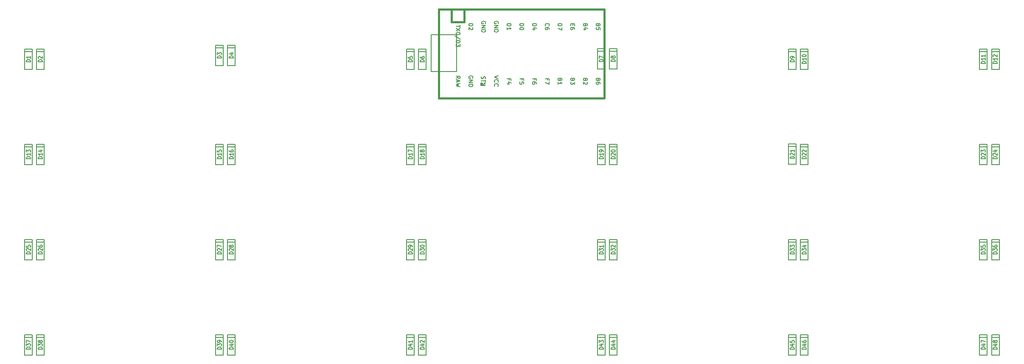
<source format=gbr>
G04 #@! TF.GenerationSoftware,KiCad,Pcbnew,(5.1.2-1)-1*
G04 #@! TF.CreationDate,2019-11-25T17:28:25-06:00*
G04 #@! TF.ProjectId,therick_THT,74686572-6963-46b5-9f54-48542e6b6963,rev?*
G04 #@! TF.SameCoordinates,Original*
G04 #@! TF.FileFunction,Legend,Top*
G04 #@! TF.FilePolarity,Positive*
%FSLAX46Y46*%
G04 Gerber Fmt 4.6, Leading zero omitted, Abs format (unit mm)*
G04 Created by KiCad (PCBNEW (5.1.2-1)-1) date 2019-11-25 17:28:25*
%MOMM*%
%LPD*%
G04 APERTURE LIST*
%ADD10C,0.150000*%
%ADD11C,0.381000*%
G04 APERTURE END LIST*
D10*
X149288500Y-40640000D02*
X144208500Y-40640000D01*
X149288500Y-48006000D02*
X149288500Y-40640000D01*
X144208500Y-48006000D02*
X149288500Y-48006000D01*
X144208500Y-40640000D02*
X144208500Y-48006000D01*
X64658875Y-43957250D02*
X63134875Y-43957250D01*
X64658875Y-47513250D02*
X64658875Y-43449250D01*
X63134875Y-47513250D02*
X64658875Y-47513250D01*
X63134875Y-43449250D02*
X63134875Y-47513250D01*
X63134875Y-47513250D02*
X63134875Y-43449250D01*
X64658875Y-43449250D02*
X63134875Y-43449250D01*
X143241920Y-63007250D02*
X141717920Y-63007250D01*
X143241920Y-66563250D02*
X143241920Y-62499250D01*
X141717920Y-66563250D02*
X143241920Y-66563250D01*
X141717920Y-62499250D02*
X141717920Y-66563250D01*
X141717920Y-66563250D02*
X141717920Y-62499250D01*
X143241920Y-62499250D02*
X141717920Y-62499250D01*
X217061600Y-43449760D02*
X215537600Y-43449760D01*
X215537600Y-47513760D02*
X215537600Y-43449760D01*
X215537600Y-43449760D02*
X215537600Y-47513760D01*
X215537600Y-47513760D02*
X217061600Y-47513760D01*
X217061600Y-47513760D02*
X217061600Y-43449760D01*
X217061600Y-43957760D02*
X215537600Y-43957760D01*
X219442880Y-43449760D02*
X217918880Y-43449760D01*
X217918880Y-47513760D02*
X217918880Y-43449760D01*
X217918880Y-43449760D02*
X217918880Y-47513760D01*
X217918880Y-47513760D02*
X219442880Y-47513760D01*
X219442880Y-47513760D02*
X219442880Y-43449760D01*
X219442880Y-43957760D02*
X217918880Y-43957760D01*
D11*
X148272500Y-38100000D02*
X148272500Y-35560000D01*
X145732500Y-53340000D02*
X145732500Y-35560000D01*
X145732500Y-35560000D02*
X178752500Y-35560000D01*
X178752500Y-35560000D02*
X178752500Y-53340000D01*
X178752500Y-53340000D02*
X145732500Y-53340000D01*
D10*
G36*
X154161530Y-50294635D02*
G01*
X154261530Y-50294635D01*
X154261530Y-50794635D01*
X154161530Y-50794635D01*
X154161530Y-50294635D01*
G37*
X154161530Y-50294635D02*
X154261530Y-50294635D01*
X154261530Y-50794635D01*
X154161530Y-50794635D01*
X154161530Y-50294635D01*
G36*
X154161530Y-50294635D02*
G01*
X154461530Y-50294635D01*
X154461530Y-50394635D01*
X154161530Y-50394635D01*
X154161530Y-50294635D01*
G37*
X154161530Y-50294635D02*
X154461530Y-50294635D01*
X154461530Y-50394635D01*
X154161530Y-50394635D01*
X154161530Y-50294635D01*
G36*
X154761530Y-50294635D02*
G01*
X154961530Y-50294635D01*
X154961530Y-50394635D01*
X154761530Y-50394635D01*
X154761530Y-50294635D01*
G37*
X154761530Y-50294635D02*
X154961530Y-50294635D01*
X154961530Y-50394635D01*
X154761530Y-50394635D01*
X154761530Y-50294635D01*
G36*
X154161530Y-50694635D02*
G01*
X154961530Y-50694635D01*
X154961530Y-50794635D01*
X154161530Y-50794635D01*
X154161530Y-50694635D01*
G37*
X154161530Y-50694635D02*
X154961530Y-50694635D01*
X154961530Y-50794635D01*
X154161530Y-50794635D01*
X154161530Y-50694635D01*
G36*
X154561530Y-50494635D02*
G01*
X154661530Y-50494635D01*
X154661530Y-50594635D01*
X154561530Y-50594635D01*
X154561530Y-50494635D01*
G37*
X154561530Y-50494635D02*
X154661530Y-50494635D01*
X154661530Y-50594635D01*
X154561530Y-50594635D01*
X154561530Y-50494635D01*
D11*
X148272500Y-38100000D02*
X150812500Y-38100000D01*
X150812500Y-38100000D02*
X150812500Y-35560000D01*
D10*
X178961120Y-100600480D02*
X177437120Y-100600480D01*
X177437120Y-104664480D02*
X177437120Y-100600480D01*
X177437120Y-100600480D02*
X177437120Y-104664480D01*
X177437120Y-104664480D02*
X178961120Y-104664480D01*
X178961120Y-104664480D02*
X178961120Y-100600480D01*
X178961120Y-101108480D02*
X177437120Y-101108480D01*
X219442880Y-62499250D02*
X217918880Y-62499250D01*
X217918880Y-66563250D02*
X217918880Y-62499250D01*
X217918880Y-62499250D02*
X217918880Y-66563250D01*
X217918880Y-66563250D02*
X219442880Y-66563250D01*
X219442880Y-66563250D02*
X219442880Y-62499250D01*
X219442880Y-63007250D02*
X217918880Y-63007250D01*
X67040960Y-43449760D02*
X65516960Y-43449760D01*
X65516960Y-47513760D02*
X65516960Y-43449760D01*
X65516960Y-43449760D02*
X65516960Y-47513760D01*
X65516960Y-47513760D02*
X67040960Y-47513760D01*
X67040960Y-47513760D02*
X67040960Y-43449760D01*
X67040960Y-43957760D02*
X65516960Y-43957760D01*
X102760160Y-42699760D02*
X101236160Y-42699760D01*
X101236160Y-46763760D02*
X101236160Y-42699760D01*
X101236160Y-42699760D02*
X101236160Y-46763760D01*
X101236160Y-46763760D02*
X102760160Y-46763760D01*
X102760160Y-46763760D02*
X102760160Y-42699760D01*
X102760160Y-43207760D02*
X101236160Y-43207760D01*
X105141440Y-42699760D02*
X103617440Y-42699760D01*
X103617440Y-46763760D02*
X103617440Y-42699760D01*
X103617440Y-42699760D02*
X103617440Y-46763760D01*
X103617440Y-46763760D02*
X105141440Y-46763760D01*
X105141440Y-46763760D02*
X105141440Y-42699760D01*
X105141440Y-43207760D02*
X103617440Y-43207760D01*
X140860640Y-43449760D02*
X139336640Y-43449760D01*
X139336640Y-47513760D02*
X139336640Y-43449760D01*
X139336640Y-43449760D02*
X139336640Y-47513760D01*
X139336640Y-47513760D02*
X140860640Y-47513760D01*
X140860640Y-47513760D02*
X140860640Y-43449760D01*
X140860640Y-43957760D02*
X139336640Y-43957760D01*
X143241920Y-43449760D02*
X141717920Y-43449760D01*
X141717920Y-47513760D02*
X141717920Y-43449760D01*
X141717920Y-43449760D02*
X141717920Y-47513760D01*
X141717920Y-47513760D02*
X143241920Y-47513760D01*
X143241920Y-47513760D02*
X143241920Y-43449760D01*
X143241920Y-43957760D02*
X141717920Y-43957760D01*
X178961120Y-43390400D02*
X177437120Y-43390400D01*
X177437120Y-47454400D02*
X177437120Y-43390400D01*
X177437120Y-43390400D02*
X177437120Y-47454400D01*
X177437120Y-47454400D02*
X178961120Y-47454400D01*
X178961120Y-47454400D02*
X178961120Y-43390400D01*
X178961120Y-43898400D02*
X177437120Y-43898400D01*
X181342400Y-43390400D02*
X179818400Y-43390400D01*
X179818400Y-47454400D02*
X179818400Y-43390400D01*
X179818400Y-43390400D02*
X179818400Y-47454400D01*
X179818400Y-47454400D02*
X181342400Y-47454400D01*
X181342400Y-47454400D02*
X181342400Y-43390400D01*
X181342400Y-43898400D02*
X179818400Y-43898400D01*
X255162080Y-43449760D02*
X253638080Y-43449760D01*
X253638080Y-47513760D02*
X253638080Y-43449760D01*
X253638080Y-43449760D02*
X253638080Y-47513760D01*
X253638080Y-47513760D02*
X255162080Y-47513760D01*
X255162080Y-47513760D02*
X255162080Y-43449760D01*
X255162080Y-43957760D02*
X253638080Y-43957760D01*
X257543360Y-43449250D02*
X256019360Y-43449250D01*
X256019360Y-47513250D02*
X256019360Y-43449250D01*
X256019360Y-43449250D02*
X256019360Y-47513250D01*
X256019360Y-47513250D02*
X257543360Y-47513250D01*
X257543360Y-47513250D02*
X257543360Y-43449250D01*
X257543360Y-43957250D02*
X256019360Y-43957250D01*
X64659680Y-62499250D02*
X63135680Y-62499250D01*
X63135680Y-66563250D02*
X63135680Y-62499250D01*
X63135680Y-62499250D02*
X63135680Y-66563250D01*
X63135680Y-66563250D02*
X64659680Y-66563250D01*
X64659680Y-66563250D02*
X64659680Y-62499250D01*
X64659680Y-63007250D02*
X63135680Y-63007250D01*
X67040960Y-62500000D02*
X65516960Y-62500000D01*
X65516960Y-66564000D02*
X65516960Y-62500000D01*
X65516960Y-62500000D02*
X65516960Y-66564000D01*
X65516960Y-66564000D02*
X67040960Y-66564000D01*
X67040960Y-66564000D02*
X67040960Y-62500000D01*
X67040960Y-63008000D02*
X65516960Y-63008000D01*
X102760160Y-62500000D02*
X101236160Y-62500000D01*
X101236160Y-66564000D02*
X101236160Y-62500000D01*
X101236160Y-62500000D02*
X101236160Y-66564000D01*
X101236160Y-66564000D02*
X102760160Y-66564000D01*
X102760160Y-66564000D02*
X102760160Y-62500000D01*
X102760160Y-63008000D02*
X101236160Y-63008000D01*
X105141440Y-62500000D02*
X103617440Y-62500000D01*
X103617440Y-66564000D02*
X103617440Y-62500000D01*
X103617440Y-62500000D02*
X103617440Y-66564000D01*
X103617440Y-66564000D02*
X105141440Y-66564000D01*
X105141440Y-66564000D02*
X105141440Y-62500000D01*
X105141440Y-63008000D02*
X103617440Y-63008000D01*
X140860640Y-62499250D02*
X139336640Y-62499250D01*
X139336640Y-66563250D02*
X139336640Y-62499250D01*
X139336640Y-62499250D02*
X139336640Y-66563250D01*
X139336640Y-66563250D02*
X140860640Y-66563250D01*
X140860640Y-66563250D02*
X140860640Y-62499250D01*
X140860640Y-63007250D02*
X139336640Y-63007250D01*
X178961120Y-62499250D02*
X177437120Y-62499250D01*
X177437120Y-66563250D02*
X177437120Y-62499250D01*
X177437120Y-62499250D02*
X177437120Y-66563250D01*
X177437120Y-66563250D02*
X178961120Y-66563250D01*
X178961120Y-66563250D02*
X178961120Y-62499250D01*
X178961120Y-63007250D02*
X177437120Y-63007250D01*
X181342400Y-62500000D02*
X179818400Y-62500000D01*
X179818400Y-66564000D02*
X179818400Y-62500000D01*
X179818400Y-62500000D02*
X179818400Y-66564000D01*
X179818400Y-66564000D02*
X181342400Y-66564000D01*
X181342400Y-66564000D02*
X181342400Y-62500000D01*
X181342400Y-63008000D02*
X179818400Y-63008000D01*
X217061600Y-62468800D02*
X215537600Y-62468800D01*
X215537600Y-66532800D02*
X215537600Y-62468800D01*
X215537600Y-62468800D02*
X215537600Y-66532800D01*
X215537600Y-66532800D02*
X217061600Y-66532800D01*
X217061600Y-66532800D02*
X217061600Y-62468800D01*
X217061600Y-62976800D02*
X215537600Y-62976800D01*
X255162080Y-62500000D02*
X253638080Y-62500000D01*
X253638080Y-66564000D02*
X253638080Y-62500000D01*
X253638080Y-62500000D02*
X253638080Y-66564000D01*
X253638080Y-66564000D02*
X255162080Y-66564000D01*
X255162080Y-66564000D02*
X255162080Y-62500000D01*
X255162080Y-63008000D02*
X253638080Y-63008000D01*
X257543360Y-62499250D02*
X256019360Y-62499250D01*
X256019360Y-66563250D02*
X256019360Y-62499250D01*
X256019360Y-62499250D02*
X256019360Y-66563250D01*
X256019360Y-66563250D02*
X257543360Y-66563250D01*
X257543360Y-66563250D02*
X257543360Y-62499250D01*
X257543360Y-63007250D02*
X256019360Y-63007250D01*
X64659680Y-81550240D02*
X63135680Y-81550240D01*
X63135680Y-85614240D02*
X63135680Y-81550240D01*
X63135680Y-81550240D02*
X63135680Y-85614240D01*
X63135680Y-85614240D02*
X64659680Y-85614240D01*
X64659680Y-85614240D02*
X64659680Y-81550240D01*
X64659680Y-82058240D02*
X63135680Y-82058240D01*
X67040960Y-81550240D02*
X65516960Y-81550240D01*
X65516960Y-85614240D02*
X65516960Y-81550240D01*
X65516960Y-81550240D02*
X65516960Y-85614240D01*
X65516960Y-85614240D02*
X67040960Y-85614240D01*
X67040960Y-85614240D02*
X67040960Y-81550240D01*
X67040960Y-82058240D02*
X65516960Y-82058240D01*
X102760160Y-81550240D02*
X101236160Y-81550240D01*
X101236160Y-85614240D02*
X101236160Y-81550240D01*
X101236160Y-81550240D02*
X101236160Y-85614240D01*
X101236160Y-85614240D02*
X102760160Y-85614240D01*
X102760160Y-85614240D02*
X102760160Y-81550240D01*
X102760160Y-82058240D02*
X101236160Y-82058240D01*
X105141440Y-81550240D02*
X103617440Y-81550240D01*
X103617440Y-85614240D02*
X103617440Y-81550240D01*
X103617440Y-81550240D02*
X103617440Y-85614240D01*
X103617440Y-85614240D02*
X105141440Y-85614240D01*
X105141440Y-85614240D02*
X105141440Y-81550240D01*
X105141440Y-82058240D02*
X103617440Y-82058240D01*
X140860640Y-81550240D02*
X139336640Y-81550240D01*
X139336640Y-85614240D02*
X139336640Y-81550240D01*
X139336640Y-81550240D02*
X139336640Y-85614240D01*
X139336640Y-85614240D02*
X140860640Y-85614240D01*
X140860640Y-85614240D02*
X140860640Y-81550240D01*
X140860640Y-82058240D02*
X139336640Y-82058240D01*
X143241920Y-81549250D02*
X141717920Y-81549250D01*
X141717920Y-85613250D02*
X141717920Y-81549250D01*
X141717920Y-81549250D02*
X141717920Y-85613250D01*
X141717920Y-85613250D02*
X143241920Y-85613250D01*
X143241920Y-85613250D02*
X143241920Y-81549250D01*
X143241920Y-82057250D02*
X141717920Y-82057250D01*
X178961120Y-81550240D02*
X177437120Y-81550240D01*
X177437120Y-85614240D02*
X177437120Y-81550240D01*
X177437120Y-81550240D02*
X177437120Y-85614240D01*
X177437120Y-85614240D02*
X178961120Y-85614240D01*
X178961120Y-85614240D02*
X178961120Y-81550240D01*
X178961120Y-82058240D02*
X177437120Y-82058240D01*
X181342400Y-81550240D02*
X179818400Y-81550240D01*
X179818400Y-85614240D02*
X179818400Y-81550240D01*
X179818400Y-81550240D02*
X179818400Y-85614240D01*
X179818400Y-85614240D02*
X181342400Y-85614240D01*
X181342400Y-85614240D02*
X181342400Y-81550240D01*
X181342400Y-82058240D02*
X179818400Y-82058240D01*
X217061600Y-81550240D02*
X215537600Y-81550240D01*
X215537600Y-85614240D02*
X215537600Y-81550240D01*
X215537600Y-81550240D02*
X215537600Y-85614240D01*
X215537600Y-85614240D02*
X217061600Y-85614240D01*
X217061600Y-85614240D02*
X217061600Y-81550240D01*
X217061600Y-82058240D02*
X215537600Y-82058240D01*
X219442880Y-81550240D02*
X217918880Y-81550240D01*
X217918880Y-85614240D02*
X217918880Y-81550240D01*
X217918880Y-81550240D02*
X217918880Y-85614240D01*
X217918880Y-85614240D02*
X219442880Y-85614240D01*
X219442880Y-85614240D02*
X219442880Y-81550240D01*
X219442880Y-82058240D02*
X217918880Y-82058240D01*
X255162080Y-81550240D02*
X253638080Y-81550240D01*
X253638080Y-85614240D02*
X253638080Y-81550240D01*
X253638080Y-81550240D02*
X253638080Y-85614240D01*
X253638080Y-85614240D02*
X255162080Y-85614240D01*
X255162080Y-85614240D02*
X255162080Y-81550240D01*
X255162080Y-82058240D02*
X253638080Y-82058240D01*
X257543360Y-81550240D02*
X256019360Y-81550240D01*
X256019360Y-85614240D02*
X256019360Y-81550240D01*
X256019360Y-81550240D02*
X256019360Y-85614240D01*
X256019360Y-85614240D02*
X257543360Y-85614240D01*
X257543360Y-85614240D02*
X257543360Y-81550240D01*
X257543360Y-82058240D02*
X256019360Y-82058240D01*
X64659680Y-100600480D02*
X63135680Y-100600480D01*
X63135680Y-104664480D02*
X63135680Y-100600480D01*
X63135680Y-100600480D02*
X63135680Y-104664480D01*
X63135680Y-104664480D02*
X64659680Y-104664480D01*
X64659680Y-104664480D02*
X64659680Y-100600480D01*
X64659680Y-101108480D02*
X63135680Y-101108480D01*
X67040960Y-100600480D02*
X65516960Y-100600480D01*
X65516960Y-104664480D02*
X65516960Y-100600480D01*
X65516960Y-100600480D02*
X65516960Y-104664480D01*
X65516960Y-104664480D02*
X67040960Y-104664480D01*
X67040960Y-104664480D02*
X67040960Y-100600480D01*
X67040960Y-101108480D02*
X65516960Y-101108480D01*
X102760160Y-100600480D02*
X101236160Y-100600480D01*
X101236160Y-104664480D02*
X101236160Y-100600480D01*
X101236160Y-100600480D02*
X101236160Y-104664480D01*
X101236160Y-104664480D02*
X102760160Y-104664480D01*
X102760160Y-104664480D02*
X102760160Y-100600480D01*
X102760160Y-101108480D02*
X101236160Y-101108480D01*
X105141440Y-100600480D02*
X103617440Y-100600480D01*
X103617440Y-104664480D02*
X103617440Y-100600480D01*
X103617440Y-100600480D02*
X103617440Y-104664480D01*
X103617440Y-104664480D02*
X105141440Y-104664480D01*
X105141440Y-104664480D02*
X105141440Y-100600480D01*
X105141440Y-101108480D02*
X103617440Y-101108480D01*
X140860640Y-100600480D02*
X139336640Y-100600480D01*
X139336640Y-104664480D02*
X139336640Y-100600480D01*
X139336640Y-100600480D02*
X139336640Y-104664480D01*
X139336640Y-104664480D02*
X140860640Y-104664480D01*
X140860640Y-104664480D02*
X140860640Y-100600480D01*
X140860640Y-101108480D02*
X139336640Y-101108480D01*
X143241920Y-100600480D02*
X141717920Y-100600480D01*
X141717920Y-104664480D02*
X141717920Y-100600480D01*
X141717920Y-100600480D02*
X141717920Y-104664480D01*
X141717920Y-104664480D02*
X143241920Y-104664480D01*
X143241920Y-104664480D02*
X143241920Y-100600480D01*
X143241920Y-101108480D02*
X141717920Y-101108480D01*
X181342400Y-100600480D02*
X179818400Y-100600480D01*
X179818400Y-104664480D02*
X179818400Y-100600480D01*
X179818400Y-100600480D02*
X179818400Y-104664480D01*
X179818400Y-104664480D02*
X181342400Y-104664480D01*
X181342400Y-104664480D02*
X181342400Y-100600480D01*
X181342400Y-101108480D02*
X179818400Y-101108480D01*
X217061600Y-100599250D02*
X215537600Y-100599250D01*
X215537600Y-104663250D02*
X215537600Y-100599250D01*
X215537600Y-100599250D02*
X215537600Y-104663250D01*
X215537600Y-104663250D02*
X217061600Y-104663250D01*
X217061600Y-104663250D02*
X217061600Y-100599250D01*
X217061600Y-101107250D02*
X215537600Y-101107250D01*
X219442880Y-100599250D02*
X217918880Y-100599250D01*
X217918880Y-104663250D02*
X217918880Y-100599250D01*
X217918880Y-100599250D02*
X217918880Y-104663250D01*
X217918880Y-104663250D02*
X219442880Y-104663250D01*
X219442880Y-104663250D02*
X219442880Y-100599250D01*
X219442880Y-101107250D02*
X217918880Y-101107250D01*
X255162080Y-100600480D02*
X253638080Y-100600480D01*
X253638080Y-104664480D02*
X253638080Y-100600480D01*
X253638080Y-100600480D02*
X253638080Y-104664480D01*
X253638080Y-104664480D02*
X255162080Y-104664480D01*
X255162080Y-104664480D02*
X255162080Y-100600480D01*
X255162080Y-101108480D02*
X253638080Y-101108480D01*
X257543360Y-100600480D02*
X256019360Y-100600480D01*
X256019360Y-104664480D02*
X256019360Y-100600480D01*
X256019360Y-100600480D02*
X256019360Y-104664480D01*
X256019360Y-104664480D02*
X257543360Y-104664480D01*
X257543360Y-104664480D02*
X257543360Y-100600480D01*
X257543360Y-101108480D02*
X256019360Y-101108480D01*
X64258779Y-45997916D02*
X63458779Y-45997916D01*
X63458779Y-45831250D01*
X63496875Y-45731250D01*
X63573065Y-45664583D01*
X63649255Y-45631250D01*
X63801636Y-45597916D01*
X63915922Y-45597916D01*
X64068303Y-45631250D01*
X64144494Y-45664583D01*
X64220684Y-45731250D01*
X64258779Y-45831250D01*
X64258779Y-45997916D01*
X64258779Y-44931250D02*
X64258779Y-45331250D01*
X64258779Y-45131250D02*
X63458779Y-45131250D01*
X63573065Y-45197916D01*
X63649255Y-45264583D01*
X63687351Y-45331250D01*
X142841824Y-65381250D02*
X142041824Y-65381250D01*
X142041824Y-65214583D01*
X142079920Y-65114583D01*
X142156110Y-65047916D01*
X142232300Y-65014583D01*
X142384681Y-64981250D01*
X142498967Y-64981250D01*
X142651348Y-65014583D01*
X142727539Y-65047916D01*
X142803729Y-65114583D01*
X142841824Y-65214583D01*
X142841824Y-65381250D01*
X142841824Y-64314583D02*
X142841824Y-64714583D01*
X142841824Y-64514583D02*
X142041824Y-64514583D01*
X142156110Y-64581250D01*
X142232300Y-64647916D01*
X142270396Y-64714583D01*
X142384681Y-63914583D02*
X142346586Y-63981250D01*
X142308491Y-64014583D01*
X142232300Y-64047916D01*
X142194205Y-64047916D01*
X142118015Y-64014583D01*
X142079920Y-63981250D01*
X142041824Y-63914583D01*
X142041824Y-63781250D01*
X142079920Y-63714583D01*
X142118015Y-63681250D01*
X142194205Y-63647916D01*
X142232300Y-63647916D01*
X142308491Y-63681250D01*
X142346586Y-63714583D01*
X142384681Y-63781250D01*
X142384681Y-63914583D01*
X142422777Y-63981250D01*
X142460872Y-64014583D01*
X142537062Y-64047916D01*
X142689443Y-64047916D01*
X142765634Y-64014583D01*
X142803729Y-63981250D01*
X142841824Y-63914583D01*
X142841824Y-63781250D01*
X142803729Y-63714583D01*
X142765634Y-63681250D01*
X142689443Y-63647916D01*
X142537062Y-63647916D01*
X142460872Y-63681250D01*
X142422777Y-63714583D01*
X142384681Y-63781250D01*
X216661504Y-45998426D02*
X215861504Y-45998426D01*
X215861504Y-45831760D01*
X215899600Y-45731760D01*
X215975790Y-45665093D01*
X216051980Y-45631760D01*
X216204361Y-45598426D01*
X216318647Y-45598426D01*
X216471028Y-45631760D01*
X216547219Y-45665093D01*
X216623409Y-45731760D01*
X216661504Y-45831760D01*
X216661504Y-45998426D01*
X216661504Y-45265093D02*
X216661504Y-45131760D01*
X216623409Y-45065093D01*
X216585314Y-45031760D01*
X216471028Y-44965093D01*
X216318647Y-44931760D01*
X216013885Y-44931760D01*
X215937695Y-44965093D01*
X215899600Y-44998426D01*
X215861504Y-45065093D01*
X215861504Y-45198426D01*
X215899600Y-45265093D01*
X215937695Y-45298426D01*
X216013885Y-45331760D01*
X216204361Y-45331760D01*
X216280552Y-45298426D01*
X216318647Y-45265093D01*
X216356742Y-45198426D01*
X216356742Y-45065093D01*
X216318647Y-44998426D01*
X216280552Y-44965093D01*
X216204361Y-44931760D01*
X219042784Y-46331760D02*
X218242784Y-46331760D01*
X218242784Y-46165093D01*
X218280880Y-46065093D01*
X218357070Y-45998426D01*
X218433260Y-45965093D01*
X218585641Y-45931760D01*
X218699927Y-45931760D01*
X218852308Y-45965093D01*
X218928499Y-45998426D01*
X219004689Y-46065093D01*
X219042784Y-46165093D01*
X219042784Y-46331760D01*
X219042784Y-45265093D02*
X219042784Y-45665093D01*
X219042784Y-45465093D02*
X218242784Y-45465093D01*
X218357070Y-45531760D01*
X218433260Y-45598426D01*
X218471356Y-45665093D01*
X218242784Y-44831760D02*
X218242784Y-44765093D01*
X218280880Y-44698426D01*
X218318975Y-44665093D01*
X218395165Y-44631760D01*
X218547546Y-44598426D01*
X218738022Y-44598426D01*
X218890403Y-44631760D01*
X218966594Y-44665093D01*
X219004689Y-44698426D01*
X219042784Y-44765093D01*
X219042784Y-44831760D01*
X219004689Y-44898426D01*
X218966594Y-44931760D01*
X218890403Y-44965093D01*
X218738022Y-44998426D01*
X218547546Y-44998426D01*
X218395165Y-44965093D01*
X218318975Y-44931760D01*
X218280880Y-44898426D01*
X218242784Y-44831760D01*
X154278690Y-48956666D02*
X154240595Y-49070952D01*
X154240595Y-49261428D01*
X154278690Y-49337619D01*
X154316785Y-49375714D01*
X154392976Y-49413809D01*
X154469166Y-49413809D01*
X154545357Y-49375714D01*
X154583452Y-49337619D01*
X154621547Y-49261428D01*
X154659642Y-49109047D01*
X154697738Y-49032857D01*
X154735833Y-48994761D01*
X154812023Y-48956666D01*
X154888214Y-48956666D01*
X154964404Y-48994761D01*
X155002500Y-49032857D01*
X155040595Y-49109047D01*
X155040595Y-49299523D01*
X155002500Y-49413809D01*
X155040595Y-49642380D02*
X155040595Y-50099523D01*
X154240595Y-49870952D02*
X155040595Y-49870952D01*
X149980595Y-38687651D02*
X149980595Y-39144794D01*
X149180595Y-38916223D02*
X149980595Y-38916223D01*
X149980595Y-39335270D02*
X149180595Y-39868604D01*
X149980595Y-39868604D02*
X149180595Y-39335270D01*
X149980595Y-40325747D02*
X149980595Y-40401937D01*
X149942500Y-40478128D01*
X149904404Y-40516223D01*
X149828214Y-40554318D01*
X149675833Y-40592413D01*
X149485357Y-40592413D01*
X149332976Y-40554318D01*
X149256785Y-40516223D01*
X149218690Y-40478128D01*
X149180595Y-40401937D01*
X149180595Y-40325747D01*
X149218690Y-40249556D01*
X149256785Y-40211461D01*
X149332976Y-40173366D01*
X149485357Y-40135270D01*
X149675833Y-40135270D01*
X149828214Y-40173366D01*
X149904404Y-40211461D01*
X149942500Y-40249556D01*
X149980595Y-40325747D01*
X150018690Y-41506699D02*
X148990119Y-40820985D01*
X149180595Y-41773366D02*
X149980595Y-41773366D01*
X149980595Y-41963842D01*
X149942500Y-42078128D01*
X149866309Y-42154318D01*
X149790119Y-42192413D01*
X149637738Y-42230508D01*
X149523452Y-42230508D01*
X149371071Y-42192413D01*
X149294880Y-42154318D01*
X149218690Y-42078128D01*
X149180595Y-41963842D01*
X149180595Y-41773366D01*
X149980595Y-42497175D02*
X149980595Y-42992413D01*
X149675833Y-42725747D01*
X149675833Y-42840032D01*
X149637738Y-42916223D01*
X149599642Y-42954318D01*
X149523452Y-42992413D01*
X149332976Y-42992413D01*
X149256785Y-42954318D01*
X149218690Y-42916223D01*
X149180595Y-42840032D01*
X149180595Y-42611461D01*
X149218690Y-42535270D01*
X149256785Y-42497175D01*
X174999642Y-49587190D02*
X174961547Y-49701476D01*
X174923452Y-49739571D01*
X174847261Y-49777666D01*
X174732976Y-49777666D01*
X174656785Y-49739571D01*
X174618690Y-49701476D01*
X174580595Y-49625285D01*
X174580595Y-49320523D01*
X175380595Y-49320523D01*
X175380595Y-49587190D01*
X175342500Y-49663380D01*
X175304404Y-49701476D01*
X175228214Y-49739571D01*
X175152023Y-49739571D01*
X175075833Y-49701476D01*
X175037738Y-49663380D01*
X174999642Y-49587190D01*
X174999642Y-49320523D01*
X175304404Y-50082428D02*
X175342500Y-50120523D01*
X175380595Y-50196714D01*
X175380595Y-50387190D01*
X175342500Y-50463380D01*
X175304404Y-50501476D01*
X175228214Y-50539571D01*
X175152023Y-50539571D01*
X175037738Y-50501476D01*
X174580595Y-50044333D01*
X174580595Y-50539571D01*
X167379642Y-49644333D02*
X167379642Y-49377666D01*
X166960595Y-49377666D02*
X167760595Y-49377666D01*
X167760595Y-49758619D01*
X167760595Y-49987190D02*
X167760595Y-50520523D01*
X166960595Y-50177666D01*
X164839642Y-49644333D02*
X164839642Y-49377666D01*
X164420595Y-49377666D02*
X165220595Y-49377666D01*
X165220595Y-49758619D01*
X165220595Y-50406238D02*
X165220595Y-50253857D01*
X165182500Y-50177666D01*
X165144404Y-50139571D01*
X165030119Y-50063380D01*
X164877738Y-50025285D01*
X164572976Y-50025285D01*
X164496785Y-50063380D01*
X164458690Y-50101476D01*
X164420595Y-50177666D01*
X164420595Y-50330047D01*
X164458690Y-50406238D01*
X164496785Y-50444333D01*
X164572976Y-50482428D01*
X164763452Y-50482428D01*
X164839642Y-50444333D01*
X164877738Y-50406238D01*
X164915833Y-50330047D01*
X164915833Y-50177666D01*
X164877738Y-50101476D01*
X164839642Y-50063380D01*
X164763452Y-50025285D01*
X162299642Y-49644333D02*
X162299642Y-49377666D01*
X161880595Y-49377666D02*
X162680595Y-49377666D01*
X162680595Y-49758619D01*
X162680595Y-50444333D02*
X162680595Y-50063380D01*
X162299642Y-50025285D01*
X162337738Y-50063380D01*
X162375833Y-50139571D01*
X162375833Y-50330047D01*
X162337738Y-50406238D01*
X162299642Y-50444333D01*
X162223452Y-50482428D01*
X162032976Y-50482428D01*
X161956785Y-50444333D01*
X161918690Y-50406238D01*
X161880595Y-50330047D01*
X161880595Y-50139571D01*
X161918690Y-50063380D01*
X161956785Y-50025285D01*
X149180595Y-49358619D02*
X149561547Y-49091952D01*
X149180595Y-48901476D02*
X149980595Y-48901476D01*
X149980595Y-49206238D01*
X149942500Y-49282428D01*
X149904404Y-49320523D01*
X149828214Y-49358619D01*
X149713928Y-49358619D01*
X149637738Y-49320523D01*
X149599642Y-49282428D01*
X149561547Y-49206238D01*
X149561547Y-48901476D01*
X149409166Y-49663380D02*
X149409166Y-50044333D01*
X149180595Y-49587190D02*
X149980595Y-49853857D01*
X149180595Y-50120523D01*
X149980595Y-50311000D02*
X149180595Y-50501476D01*
X149752023Y-50653857D01*
X149180595Y-50806238D01*
X149980595Y-50996714D01*
X152482500Y-49301476D02*
X152520595Y-49225285D01*
X152520595Y-49111000D01*
X152482500Y-48996714D01*
X152406309Y-48920523D01*
X152330119Y-48882428D01*
X152177738Y-48844333D01*
X152063452Y-48844333D01*
X151911071Y-48882428D01*
X151834880Y-48920523D01*
X151758690Y-48996714D01*
X151720595Y-49111000D01*
X151720595Y-49187190D01*
X151758690Y-49301476D01*
X151796785Y-49339571D01*
X152063452Y-49339571D01*
X152063452Y-49187190D01*
X151720595Y-49682428D02*
X152520595Y-49682428D01*
X151720595Y-50139571D01*
X152520595Y-50139571D01*
X151720595Y-50520523D02*
X152520595Y-50520523D01*
X152520595Y-50711000D01*
X152482500Y-50825285D01*
X152406309Y-50901476D01*
X152330119Y-50939571D01*
X152177738Y-50977666D01*
X152063452Y-50977666D01*
X151911071Y-50939571D01*
X151834880Y-50901476D01*
X151758690Y-50825285D01*
X151720595Y-50711000D01*
X151720595Y-50520523D01*
X157600595Y-48844333D02*
X156800595Y-49111000D01*
X157600595Y-49377666D01*
X156876785Y-50101476D02*
X156838690Y-50063380D01*
X156800595Y-49949095D01*
X156800595Y-49872904D01*
X156838690Y-49758619D01*
X156914880Y-49682428D01*
X156991071Y-49644333D01*
X157143452Y-49606238D01*
X157257738Y-49606238D01*
X157410119Y-49644333D01*
X157486309Y-49682428D01*
X157562500Y-49758619D01*
X157600595Y-49872904D01*
X157600595Y-49949095D01*
X157562500Y-50063380D01*
X157524404Y-50101476D01*
X156876785Y-50901476D02*
X156838690Y-50863380D01*
X156800595Y-50749095D01*
X156800595Y-50672904D01*
X156838690Y-50558619D01*
X156914880Y-50482428D01*
X156991071Y-50444333D01*
X157143452Y-50406238D01*
X157257738Y-50406238D01*
X157410119Y-50444333D01*
X157486309Y-50482428D01*
X157562500Y-50558619D01*
X157600595Y-50672904D01*
X157600595Y-50749095D01*
X157562500Y-50863380D01*
X157524404Y-50901476D01*
X159759642Y-49644333D02*
X159759642Y-49377666D01*
X159340595Y-49377666D02*
X160140595Y-49377666D01*
X160140595Y-49758619D01*
X159873928Y-50406238D02*
X159340595Y-50406238D01*
X160178690Y-50215761D02*
X159607261Y-50025285D01*
X159607261Y-50520523D01*
X169919642Y-49587190D02*
X169881547Y-49701476D01*
X169843452Y-49739571D01*
X169767261Y-49777666D01*
X169652976Y-49777666D01*
X169576785Y-49739571D01*
X169538690Y-49701476D01*
X169500595Y-49625285D01*
X169500595Y-49320523D01*
X170300595Y-49320523D01*
X170300595Y-49587190D01*
X170262500Y-49663380D01*
X170224404Y-49701476D01*
X170148214Y-49739571D01*
X170072023Y-49739571D01*
X169995833Y-49701476D01*
X169957738Y-49663380D01*
X169919642Y-49587190D01*
X169919642Y-49320523D01*
X169500595Y-50539571D02*
X169500595Y-50082428D01*
X169500595Y-50311000D02*
X170300595Y-50311000D01*
X170186309Y-50234809D01*
X170110119Y-50158619D01*
X170072023Y-50082428D01*
X172459642Y-49587190D02*
X172421547Y-49701476D01*
X172383452Y-49739571D01*
X172307261Y-49777666D01*
X172192976Y-49777666D01*
X172116785Y-49739571D01*
X172078690Y-49701476D01*
X172040595Y-49625285D01*
X172040595Y-49320523D01*
X172840595Y-49320523D01*
X172840595Y-49587190D01*
X172802500Y-49663380D01*
X172764404Y-49701476D01*
X172688214Y-49739571D01*
X172612023Y-49739571D01*
X172535833Y-49701476D01*
X172497738Y-49663380D01*
X172459642Y-49587190D01*
X172459642Y-49320523D01*
X172840595Y-50044333D02*
X172840595Y-50539571D01*
X172535833Y-50272904D01*
X172535833Y-50387190D01*
X172497738Y-50463380D01*
X172459642Y-50501476D01*
X172383452Y-50539571D01*
X172192976Y-50539571D01*
X172116785Y-50501476D01*
X172078690Y-50463380D01*
X172040595Y-50387190D01*
X172040595Y-50158619D01*
X172078690Y-50082428D01*
X172116785Y-50044333D01*
X177539642Y-49587190D02*
X177501547Y-49701476D01*
X177463452Y-49739571D01*
X177387261Y-49777666D01*
X177272976Y-49777666D01*
X177196785Y-49739571D01*
X177158690Y-49701476D01*
X177120595Y-49625285D01*
X177120595Y-49320523D01*
X177920595Y-49320523D01*
X177920595Y-49587190D01*
X177882500Y-49663380D01*
X177844404Y-49701476D01*
X177768214Y-49739571D01*
X177692023Y-49739571D01*
X177615833Y-49701476D01*
X177577738Y-49663380D01*
X177539642Y-49587190D01*
X177539642Y-49320523D01*
X177920595Y-50463380D02*
X177920595Y-50311000D01*
X177882500Y-50234809D01*
X177844404Y-50196714D01*
X177730119Y-50120523D01*
X177577738Y-50082428D01*
X177272976Y-50082428D01*
X177196785Y-50120523D01*
X177158690Y-50158619D01*
X177120595Y-50234809D01*
X177120595Y-50387190D01*
X177158690Y-50463380D01*
X177196785Y-50501476D01*
X177272976Y-50539571D01*
X177463452Y-50539571D01*
X177539642Y-50501476D01*
X177577738Y-50463380D01*
X177615833Y-50387190D01*
X177615833Y-50234809D01*
X177577738Y-50158619D01*
X177539642Y-50120523D01*
X177463452Y-50082428D01*
X177539642Y-38665190D02*
X177501547Y-38779476D01*
X177463452Y-38817571D01*
X177387261Y-38855666D01*
X177272976Y-38855666D01*
X177196785Y-38817571D01*
X177158690Y-38779476D01*
X177120595Y-38703285D01*
X177120595Y-38398523D01*
X177920595Y-38398523D01*
X177920595Y-38665190D01*
X177882500Y-38741380D01*
X177844404Y-38779476D01*
X177768214Y-38817571D01*
X177692023Y-38817571D01*
X177615833Y-38779476D01*
X177577738Y-38741380D01*
X177539642Y-38665190D01*
X177539642Y-38398523D01*
X177920595Y-39579476D02*
X177920595Y-39198523D01*
X177539642Y-39160428D01*
X177577738Y-39198523D01*
X177615833Y-39274714D01*
X177615833Y-39465190D01*
X177577738Y-39541380D01*
X177539642Y-39579476D01*
X177463452Y-39617571D01*
X177272976Y-39617571D01*
X177196785Y-39579476D01*
X177158690Y-39541380D01*
X177120595Y-39465190D01*
X177120595Y-39274714D01*
X177158690Y-39198523D01*
X177196785Y-39160428D01*
X174999642Y-38665190D02*
X174961547Y-38779476D01*
X174923452Y-38817571D01*
X174847261Y-38855666D01*
X174732976Y-38855666D01*
X174656785Y-38817571D01*
X174618690Y-38779476D01*
X174580595Y-38703285D01*
X174580595Y-38398523D01*
X175380595Y-38398523D01*
X175380595Y-38665190D01*
X175342500Y-38741380D01*
X175304404Y-38779476D01*
X175228214Y-38817571D01*
X175152023Y-38817571D01*
X175075833Y-38779476D01*
X175037738Y-38741380D01*
X174999642Y-38665190D01*
X174999642Y-38398523D01*
X175113928Y-39541380D02*
X174580595Y-39541380D01*
X175418690Y-39350904D02*
X174847261Y-39160428D01*
X174847261Y-39655666D01*
X172459642Y-38436619D02*
X172459642Y-38703285D01*
X172040595Y-38817571D02*
X172040595Y-38436619D01*
X172840595Y-38436619D01*
X172840595Y-38817571D01*
X172840595Y-39503285D02*
X172840595Y-39350904D01*
X172802500Y-39274714D01*
X172764404Y-39236619D01*
X172650119Y-39160428D01*
X172497738Y-39122333D01*
X172192976Y-39122333D01*
X172116785Y-39160428D01*
X172078690Y-39198523D01*
X172040595Y-39274714D01*
X172040595Y-39427095D01*
X172078690Y-39503285D01*
X172116785Y-39541380D01*
X172192976Y-39579476D01*
X172383452Y-39579476D01*
X172459642Y-39541380D01*
X172497738Y-39503285D01*
X172535833Y-39427095D01*
X172535833Y-39274714D01*
X172497738Y-39198523D01*
X172459642Y-39160428D01*
X172383452Y-39122333D01*
X169500595Y-38398523D02*
X170300595Y-38398523D01*
X170300595Y-38589000D01*
X170262500Y-38703285D01*
X170186309Y-38779476D01*
X170110119Y-38817571D01*
X169957738Y-38855666D01*
X169843452Y-38855666D01*
X169691071Y-38817571D01*
X169614880Y-38779476D01*
X169538690Y-38703285D01*
X169500595Y-38589000D01*
X169500595Y-38398523D01*
X170300595Y-39122333D02*
X170300595Y-39655666D01*
X169500595Y-39312809D01*
X167036785Y-38855666D02*
X166998690Y-38817571D01*
X166960595Y-38703285D01*
X166960595Y-38627095D01*
X166998690Y-38512809D01*
X167074880Y-38436619D01*
X167151071Y-38398523D01*
X167303452Y-38360428D01*
X167417738Y-38360428D01*
X167570119Y-38398523D01*
X167646309Y-38436619D01*
X167722500Y-38512809D01*
X167760595Y-38627095D01*
X167760595Y-38703285D01*
X167722500Y-38817571D01*
X167684404Y-38855666D01*
X167760595Y-39541380D02*
X167760595Y-39389000D01*
X167722500Y-39312809D01*
X167684404Y-39274714D01*
X167570119Y-39198523D01*
X167417738Y-39160428D01*
X167112976Y-39160428D01*
X167036785Y-39198523D01*
X166998690Y-39236619D01*
X166960595Y-39312809D01*
X166960595Y-39465190D01*
X166998690Y-39541380D01*
X167036785Y-39579476D01*
X167112976Y-39617571D01*
X167303452Y-39617571D01*
X167379642Y-39579476D01*
X167417738Y-39541380D01*
X167455833Y-39465190D01*
X167455833Y-39312809D01*
X167417738Y-39236619D01*
X167379642Y-39198523D01*
X167303452Y-39160428D01*
X164420595Y-38398523D02*
X165220595Y-38398523D01*
X165220595Y-38589000D01*
X165182500Y-38703285D01*
X165106309Y-38779476D01*
X165030119Y-38817571D01*
X164877738Y-38855666D01*
X164763452Y-38855666D01*
X164611071Y-38817571D01*
X164534880Y-38779476D01*
X164458690Y-38703285D01*
X164420595Y-38589000D01*
X164420595Y-38398523D01*
X164953928Y-39541380D02*
X164420595Y-39541380D01*
X165258690Y-39350904D02*
X164687261Y-39160428D01*
X164687261Y-39655666D01*
X155022500Y-38379476D02*
X155060595Y-38303285D01*
X155060595Y-38189000D01*
X155022500Y-38074714D01*
X154946309Y-37998523D01*
X154870119Y-37960428D01*
X154717738Y-37922333D01*
X154603452Y-37922333D01*
X154451071Y-37960428D01*
X154374880Y-37998523D01*
X154298690Y-38074714D01*
X154260595Y-38189000D01*
X154260595Y-38265190D01*
X154298690Y-38379476D01*
X154336785Y-38417571D01*
X154603452Y-38417571D01*
X154603452Y-38265190D01*
X154260595Y-38760428D02*
X155060595Y-38760428D01*
X154260595Y-39217571D01*
X155060595Y-39217571D01*
X154260595Y-39598523D02*
X155060595Y-39598523D01*
X155060595Y-39789000D01*
X155022500Y-39903285D01*
X154946309Y-39979476D01*
X154870119Y-40017571D01*
X154717738Y-40055666D01*
X154603452Y-40055666D01*
X154451071Y-40017571D01*
X154374880Y-39979476D01*
X154298690Y-39903285D01*
X154260595Y-39789000D01*
X154260595Y-39598523D01*
X157562500Y-38379476D02*
X157600595Y-38303285D01*
X157600595Y-38189000D01*
X157562500Y-38074714D01*
X157486309Y-37998523D01*
X157410119Y-37960428D01*
X157257738Y-37922333D01*
X157143452Y-37922333D01*
X156991071Y-37960428D01*
X156914880Y-37998523D01*
X156838690Y-38074714D01*
X156800595Y-38189000D01*
X156800595Y-38265190D01*
X156838690Y-38379476D01*
X156876785Y-38417571D01*
X157143452Y-38417571D01*
X157143452Y-38265190D01*
X156800595Y-38760428D02*
X157600595Y-38760428D01*
X156800595Y-39217571D01*
X157600595Y-39217571D01*
X156800595Y-39598523D02*
X157600595Y-39598523D01*
X157600595Y-39789000D01*
X157562500Y-39903285D01*
X157486309Y-39979476D01*
X157410119Y-40017571D01*
X157257738Y-40055666D01*
X157143452Y-40055666D01*
X156991071Y-40017571D01*
X156914880Y-39979476D01*
X156838690Y-39903285D01*
X156800595Y-39789000D01*
X156800595Y-39598523D01*
X159340595Y-38398523D02*
X160140595Y-38398523D01*
X160140595Y-38589000D01*
X160102500Y-38703285D01*
X160026309Y-38779476D01*
X159950119Y-38817571D01*
X159797738Y-38855666D01*
X159683452Y-38855666D01*
X159531071Y-38817571D01*
X159454880Y-38779476D01*
X159378690Y-38703285D01*
X159340595Y-38589000D01*
X159340595Y-38398523D01*
X159340595Y-39617571D02*
X159340595Y-39160428D01*
X159340595Y-39389000D02*
X160140595Y-39389000D01*
X160026309Y-39312809D01*
X159950119Y-39236619D01*
X159912023Y-39160428D01*
X161880595Y-38398523D02*
X162680595Y-38398523D01*
X162680595Y-38589000D01*
X162642500Y-38703285D01*
X162566309Y-38779476D01*
X162490119Y-38817571D01*
X162337738Y-38855666D01*
X162223452Y-38855666D01*
X162071071Y-38817571D01*
X161994880Y-38779476D01*
X161918690Y-38703285D01*
X161880595Y-38589000D01*
X161880595Y-38398523D01*
X162680595Y-39350904D02*
X162680595Y-39427095D01*
X162642500Y-39503285D01*
X162604404Y-39541380D01*
X162528214Y-39579476D01*
X162375833Y-39617571D01*
X162185357Y-39617571D01*
X162032976Y-39579476D01*
X161956785Y-39541380D01*
X161918690Y-39503285D01*
X161880595Y-39427095D01*
X161880595Y-39350904D01*
X161918690Y-39274714D01*
X161956785Y-39236619D01*
X162032976Y-39198523D01*
X162185357Y-39160428D01*
X162375833Y-39160428D01*
X162528214Y-39198523D01*
X162604404Y-39236619D01*
X162642500Y-39274714D01*
X162680595Y-39350904D01*
X151720595Y-38398523D02*
X152520595Y-38398523D01*
X152520595Y-38589000D01*
X152482500Y-38703285D01*
X152406309Y-38779476D01*
X152330119Y-38817571D01*
X152177738Y-38855666D01*
X152063452Y-38855666D01*
X151911071Y-38817571D01*
X151834880Y-38779476D01*
X151758690Y-38703285D01*
X151720595Y-38589000D01*
X151720595Y-38398523D01*
X152444404Y-39160428D02*
X152482500Y-39198523D01*
X152520595Y-39274714D01*
X152520595Y-39465190D01*
X152482500Y-39541380D01*
X152444404Y-39579476D01*
X152368214Y-39617571D01*
X152292023Y-39617571D01*
X152177738Y-39579476D01*
X151720595Y-39122333D01*
X151720595Y-39617571D01*
X178561024Y-103482480D02*
X177761024Y-103482480D01*
X177761024Y-103315813D01*
X177799120Y-103215813D01*
X177875310Y-103149146D01*
X177951500Y-103115813D01*
X178103881Y-103082480D01*
X178218167Y-103082480D01*
X178370548Y-103115813D01*
X178446739Y-103149146D01*
X178522929Y-103215813D01*
X178561024Y-103315813D01*
X178561024Y-103482480D01*
X178027691Y-102482480D02*
X178561024Y-102482480D01*
X177722929Y-102649146D02*
X178294358Y-102815813D01*
X178294358Y-102382480D01*
X177761024Y-102182480D02*
X177761024Y-101749146D01*
X178065786Y-101982480D01*
X178065786Y-101882480D01*
X178103881Y-101815813D01*
X178141977Y-101782480D01*
X178218167Y-101749146D01*
X178408643Y-101749146D01*
X178484834Y-101782480D01*
X178522929Y-101815813D01*
X178561024Y-101882480D01*
X178561024Y-102082480D01*
X178522929Y-102149146D01*
X178484834Y-102182480D01*
X219042784Y-65381250D02*
X218242784Y-65381250D01*
X218242784Y-65214583D01*
X218280880Y-65114583D01*
X218357070Y-65047916D01*
X218433260Y-65014583D01*
X218585641Y-64981250D01*
X218699927Y-64981250D01*
X218852308Y-65014583D01*
X218928499Y-65047916D01*
X219004689Y-65114583D01*
X219042784Y-65214583D01*
X219042784Y-65381250D01*
X218318975Y-64714583D02*
X218280880Y-64681250D01*
X218242784Y-64614583D01*
X218242784Y-64447916D01*
X218280880Y-64381250D01*
X218318975Y-64347916D01*
X218395165Y-64314583D01*
X218471356Y-64314583D01*
X218585641Y-64347916D01*
X219042784Y-64747916D01*
X219042784Y-64314583D01*
X218318975Y-64047916D02*
X218280880Y-64014583D01*
X218242784Y-63947916D01*
X218242784Y-63781250D01*
X218280880Y-63714583D01*
X218318975Y-63681250D01*
X218395165Y-63647916D01*
X218471356Y-63647916D01*
X218585641Y-63681250D01*
X219042784Y-64081250D01*
X219042784Y-63647916D01*
X66640864Y-45998426D02*
X65840864Y-45998426D01*
X65840864Y-45831760D01*
X65878960Y-45731760D01*
X65955150Y-45665093D01*
X66031340Y-45631760D01*
X66183721Y-45598426D01*
X66298007Y-45598426D01*
X66450388Y-45631760D01*
X66526579Y-45665093D01*
X66602769Y-45731760D01*
X66640864Y-45831760D01*
X66640864Y-45998426D01*
X65917055Y-45331760D02*
X65878960Y-45298426D01*
X65840864Y-45231760D01*
X65840864Y-45065093D01*
X65878960Y-44998426D01*
X65917055Y-44965093D01*
X65993245Y-44931760D01*
X66069436Y-44931760D01*
X66183721Y-44965093D01*
X66640864Y-45365093D01*
X66640864Y-44931760D01*
X102360064Y-45248426D02*
X101560064Y-45248426D01*
X101560064Y-45081760D01*
X101598160Y-44981760D01*
X101674350Y-44915093D01*
X101750540Y-44881760D01*
X101902921Y-44848426D01*
X102017207Y-44848426D01*
X102169588Y-44881760D01*
X102245779Y-44915093D01*
X102321969Y-44981760D01*
X102360064Y-45081760D01*
X102360064Y-45248426D01*
X101560064Y-44615093D02*
X101560064Y-44181760D01*
X101864826Y-44415093D01*
X101864826Y-44315093D01*
X101902921Y-44248426D01*
X101941017Y-44215093D01*
X102017207Y-44181760D01*
X102207683Y-44181760D01*
X102283874Y-44215093D01*
X102321969Y-44248426D01*
X102360064Y-44315093D01*
X102360064Y-44515093D01*
X102321969Y-44581760D01*
X102283874Y-44615093D01*
X104741344Y-45248426D02*
X103941344Y-45248426D01*
X103941344Y-45081760D01*
X103979440Y-44981760D01*
X104055630Y-44915093D01*
X104131820Y-44881760D01*
X104284201Y-44848426D01*
X104398487Y-44848426D01*
X104550868Y-44881760D01*
X104627059Y-44915093D01*
X104703249Y-44981760D01*
X104741344Y-45081760D01*
X104741344Y-45248426D01*
X104208011Y-44248426D02*
X104741344Y-44248426D01*
X103903249Y-44415093D02*
X104474678Y-44581760D01*
X104474678Y-44148426D01*
X140460544Y-45998426D02*
X139660544Y-45998426D01*
X139660544Y-45831760D01*
X139698640Y-45731760D01*
X139774830Y-45665093D01*
X139851020Y-45631760D01*
X140003401Y-45598426D01*
X140117687Y-45598426D01*
X140270068Y-45631760D01*
X140346259Y-45665093D01*
X140422449Y-45731760D01*
X140460544Y-45831760D01*
X140460544Y-45998426D01*
X139660544Y-44965093D02*
X139660544Y-45298426D01*
X140041497Y-45331760D01*
X140003401Y-45298426D01*
X139965306Y-45231760D01*
X139965306Y-45065093D01*
X140003401Y-44998426D01*
X140041497Y-44965093D01*
X140117687Y-44931760D01*
X140308163Y-44931760D01*
X140384354Y-44965093D01*
X140422449Y-44998426D01*
X140460544Y-45065093D01*
X140460544Y-45231760D01*
X140422449Y-45298426D01*
X140384354Y-45331760D01*
X142841824Y-45998426D02*
X142041824Y-45998426D01*
X142041824Y-45831760D01*
X142079920Y-45731760D01*
X142156110Y-45665093D01*
X142232300Y-45631760D01*
X142384681Y-45598426D01*
X142498967Y-45598426D01*
X142651348Y-45631760D01*
X142727539Y-45665093D01*
X142803729Y-45731760D01*
X142841824Y-45831760D01*
X142841824Y-45998426D01*
X142041824Y-44998426D02*
X142041824Y-45131760D01*
X142079920Y-45198426D01*
X142118015Y-45231760D01*
X142232300Y-45298426D01*
X142384681Y-45331760D01*
X142689443Y-45331760D01*
X142765634Y-45298426D01*
X142803729Y-45265093D01*
X142841824Y-45198426D01*
X142841824Y-45065093D01*
X142803729Y-44998426D01*
X142765634Y-44965093D01*
X142689443Y-44931760D01*
X142498967Y-44931760D01*
X142422777Y-44965093D01*
X142384681Y-44998426D01*
X142346586Y-45065093D01*
X142346586Y-45198426D01*
X142384681Y-45265093D01*
X142422777Y-45298426D01*
X142498967Y-45331760D01*
X178561024Y-45939066D02*
X177761024Y-45939066D01*
X177761024Y-45772400D01*
X177799120Y-45672400D01*
X177875310Y-45605733D01*
X177951500Y-45572400D01*
X178103881Y-45539066D01*
X178218167Y-45539066D01*
X178370548Y-45572400D01*
X178446739Y-45605733D01*
X178522929Y-45672400D01*
X178561024Y-45772400D01*
X178561024Y-45939066D01*
X177761024Y-45305733D02*
X177761024Y-44839066D01*
X178561024Y-45139066D01*
X180942304Y-45939066D02*
X180142304Y-45939066D01*
X180142304Y-45772400D01*
X180180400Y-45672400D01*
X180256590Y-45605733D01*
X180332780Y-45572400D01*
X180485161Y-45539066D01*
X180599447Y-45539066D01*
X180751828Y-45572400D01*
X180828019Y-45605733D01*
X180904209Y-45672400D01*
X180942304Y-45772400D01*
X180942304Y-45939066D01*
X180485161Y-45139066D02*
X180447066Y-45205733D01*
X180408971Y-45239066D01*
X180332780Y-45272400D01*
X180294685Y-45272400D01*
X180218495Y-45239066D01*
X180180400Y-45205733D01*
X180142304Y-45139066D01*
X180142304Y-45005733D01*
X180180400Y-44939066D01*
X180218495Y-44905733D01*
X180294685Y-44872400D01*
X180332780Y-44872400D01*
X180408971Y-44905733D01*
X180447066Y-44939066D01*
X180485161Y-45005733D01*
X180485161Y-45139066D01*
X180523257Y-45205733D01*
X180561352Y-45239066D01*
X180637542Y-45272400D01*
X180789923Y-45272400D01*
X180866114Y-45239066D01*
X180904209Y-45205733D01*
X180942304Y-45139066D01*
X180942304Y-45005733D01*
X180904209Y-44939066D01*
X180866114Y-44905733D01*
X180789923Y-44872400D01*
X180637542Y-44872400D01*
X180561352Y-44905733D01*
X180523257Y-44939066D01*
X180485161Y-45005733D01*
X254761984Y-46331760D02*
X253961984Y-46331760D01*
X253961984Y-46165093D01*
X254000080Y-46065093D01*
X254076270Y-45998426D01*
X254152460Y-45965093D01*
X254304841Y-45931760D01*
X254419127Y-45931760D01*
X254571508Y-45965093D01*
X254647699Y-45998426D01*
X254723889Y-46065093D01*
X254761984Y-46165093D01*
X254761984Y-46331760D01*
X254761984Y-45265093D02*
X254761984Y-45665093D01*
X254761984Y-45465093D02*
X253961984Y-45465093D01*
X254076270Y-45531760D01*
X254152460Y-45598426D01*
X254190556Y-45665093D01*
X254761984Y-44598426D02*
X254761984Y-44998426D01*
X254761984Y-44798426D02*
X253961984Y-44798426D01*
X254076270Y-44865093D01*
X254152460Y-44931760D01*
X254190556Y-44998426D01*
X257143264Y-46331250D02*
X256343264Y-46331250D01*
X256343264Y-46164583D01*
X256381360Y-46064583D01*
X256457550Y-45997916D01*
X256533740Y-45964583D01*
X256686121Y-45931250D01*
X256800407Y-45931250D01*
X256952788Y-45964583D01*
X257028979Y-45997916D01*
X257105169Y-46064583D01*
X257143264Y-46164583D01*
X257143264Y-46331250D01*
X257143264Y-45264583D02*
X257143264Y-45664583D01*
X257143264Y-45464583D02*
X256343264Y-45464583D01*
X256457550Y-45531250D01*
X256533740Y-45597916D01*
X256571836Y-45664583D01*
X256419455Y-44997916D02*
X256381360Y-44964583D01*
X256343264Y-44897916D01*
X256343264Y-44731250D01*
X256381360Y-44664583D01*
X256419455Y-44631250D01*
X256495645Y-44597916D01*
X256571836Y-44597916D01*
X256686121Y-44631250D01*
X257143264Y-45031250D01*
X257143264Y-44597916D01*
X64259584Y-65381250D02*
X63459584Y-65381250D01*
X63459584Y-65214583D01*
X63497680Y-65114583D01*
X63573870Y-65047916D01*
X63650060Y-65014583D01*
X63802441Y-64981250D01*
X63916727Y-64981250D01*
X64069108Y-65014583D01*
X64145299Y-65047916D01*
X64221489Y-65114583D01*
X64259584Y-65214583D01*
X64259584Y-65381250D01*
X64259584Y-64314583D02*
X64259584Y-64714583D01*
X64259584Y-64514583D02*
X63459584Y-64514583D01*
X63573870Y-64581250D01*
X63650060Y-64647916D01*
X63688156Y-64714583D01*
X63459584Y-64081250D02*
X63459584Y-63647916D01*
X63764346Y-63881250D01*
X63764346Y-63781250D01*
X63802441Y-63714583D01*
X63840537Y-63681250D01*
X63916727Y-63647916D01*
X64107203Y-63647916D01*
X64183394Y-63681250D01*
X64221489Y-63714583D01*
X64259584Y-63781250D01*
X64259584Y-63981250D01*
X64221489Y-64047916D01*
X64183394Y-64081250D01*
X66640864Y-65382000D02*
X65840864Y-65382000D01*
X65840864Y-65215333D01*
X65878960Y-65115333D01*
X65955150Y-65048666D01*
X66031340Y-65015333D01*
X66183721Y-64982000D01*
X66298007Y-64982000D01*
X66450388Y-65015333D01*
X66526579Y-65048666D01*
X66602769Y-65115333D01*
X66640864Y-65215333D01*
X66640864Y-65382000D01*
X66640864Y-64315333D02*
X66640864Y-64715333D01*
X66640864Y-64515333D02*
X65840864Y-64515333D01*
X65955150Y-64582000D01*
X66031340Y-64648666D01*
X66069436Y-64715333D01*
X66107531Y-63715333D02*
X66640864Y-63715333D01*
X65802769Y-63882000D02*
X66374198Y-64048666D01*
X66374198Y-63615333D01*
X102360064Y-65382000D02*
X101560064Y-65382000D01*
X101560064Y-65215333D01*
X101598160Y-65115333D01*
X101674350Y-65048666D01*
X101750540Y-65015333D01*
X101902921Y-64982000D01*
X102017207Y-64982000D01*
X102169588Y-65015333D01*
X102245779Y-65048666D01*
X102321969Y-65115333D01*
X102360064Y-65215333D01*
X102360064Y-65382000D01*
X102360064Y-64315333D02*
X102360064Y-64715333D01*
X102360064Y-64515333D02*
X101560064Y-64515333D01*
X101674350Y-64582000D01*
X101750540Y-64648666D01*
X101788636Y-64715333D01*
X101560064Y-63682000D02*
X101560064Y-64015333D01*
X101941017Y-64048666D01*
X101902921Y-64015333D01*
X101864826Y-63948666D01*
X101864826Y-63782000D01*
X101902921Y-63715333D01*
X101941017Y-63682000D01*
X102017207Y-63648666D01*
X102207683Y-63648666D01*
X102283874Y-63682000D01*
X102321969Y-63715333D01*
X102360064Y-63782000D01*
X102360064Y-63948666D01*
X102321969Y-64015333D01*
X102283874Y-64048666D01*
X104741344Y-65382000D02*
X103941344Y-65382000D01*
X103941344Y-65215333D01*
X103979440Y-65115333D01*
X104055630Y-65048666D01*
X104131820Y-65015333D01*
X104284201Y-64982000D01*
X104398487Y-64982000D01*
X104550868Y-65015333D01*
X104627059Y-65048666D01*
X104703249Y-65115333D01*
X104741344Y-65215333D01*
X104741344Y-65382000D01*
X104741344Y-64315333D02*
X104741344Y-64715333D01*
X104741344Y-64515333D02*
X103941344Y-64515333D01*
X104055630Y-64582000D01*
X104131820Y-64648666D01*
X104169916Y-64715333D01*
X103941344Y-63715333D02*
X103941344Y-63848666D01*
X103979440Y-63915333D01*
X104017535Y-63948666D01*
X104131820Y-64015333D01*
X104284201Y-64048666D01*
X104588963Y-64048666D01*
X104665154Y-64015333D01*
X104703249Y-63982000D01*
X104741344Y-63915333D01*
X104741344Y-63782000D01*
X104703249Y-63715333D01*
X104665154Y-63682000D01*
X104588963Y-63648666D01*
X104398487Y-63648666D01*
X104322297Y-63682000D01*
X104284201Y-63715333D01*
X104246106Y-63782000D01*
X104246106Y-63915333D01*
X104284201Y-63982000D01*
X104322297Y-64015333D01*
X104398487Y-64048666D01*
X140460544Y-65381250D02*
X139660544Y-65381250D01*
X139660544Y-65214583D01*
X139698640Y-65114583D01*
X139774830Y-65047916D01*
X139851020Y-65014583D01*
X140003401Y-64981250D01*
X140117687Y-64981250D01*
X140270068Y-65014583D01*
X140346259Y-65047916D01*
X140422449Y-65114583D01*
X140460544Y-65214583D01*
X140460544Y-65381250D01*
X140460544Y-64314583D02*
X140460544Y-64714583D01*
X140460544Y-64514583D02*
X139660544Y-64514583D01*
X139774830Y-64581250D01*
X139851020Y-64647916D01*
X139889116Y-64714583D01*
X139660544Y-64081250D02*
X139660544Y-63614583D01*
X140460544Y-63914583D01*
X178561024Y-65381250D02*
X177761024Y-65381250D01*
X177761024Y-65214583D01*
X177799120Y-65114583D01*
X177875310Y-65047916D01*
X177951500Y-65014583D01*
X178103881Y-64981250D01*
X178218167Y-64981250D01*
X178370548Y-65014583D01*
X178446739Y-65047916D01*
X178522929Y-65114583D01*
X178561024Y-65214583D01*
X178561024Y-65381250D01*
X178561024Y-64314583D02*
X178561024Y-64714583D01*
X178561024Y-64514583D02*
X177761024Y-64514583D01*
X177875310Y-64581250D01*
X177951500Y-64647916D01*
X177989596Y-64714583D01*
X178561024Y-63981250D02*
X178561024Y-63847916D01*
X178522929Y-63781250D01*
X178484834Y-63747916D01*
X178370548Y-63681250D01*
X178218167Y-63647916D01*
X177913405Y-63647916D01*
X177837215Y-63681250D01*
X177799120Y-63714583D01*
X177761024Y-63781250D01*
X177761024Y-63914583D01*
X177799120Y-63981250D01*
X177837215Y-64014583D01*
X177913405Y-64047916D01*
X178103881Y-64047916D01*
X178180072Y-64014583D01*
X178218167Y-63981250D01*
X178256262Y-63914583D01*
X178256262Y-63781250D01*
X178218167Y-63714583D01*
X178180072Y-63681250D01*
X178103881Y-63647916D01*
X180942304Y-65382000D02*
X180142304Y-65382000D01*
X180142304Y-65215333D01*
X180180400Y-65115333D01*
X180256590Y-65048666D01*
X180332780Y-65015333D01*
X180485161Y-64982000D01*
X180599447Y-64982000D01*
X180751828Y-65015333D01*
X180828019Y-65048666D01*
X180904209Y-65115333D01*
X180942304Y-65215333D01*
X180942304Y-65382000D01*
X180218495Y-64715333D02*
X180180400Y-64682000D01*
X180142304Y-64615333D01*
X180142304Y-64448666D01*
X180180400Y-64382000D01*
X180218495Y-64348666D01*
X180294685Y-64315333D01*
X180370876Y-64315333D01*
X180485161Y-64348666D01*
X180942304Y-64748666D01*
X180942304Y-64315333D01*
X180142304Y-63882000D02*
X180142304Y-63815333D01*
X180180400Y-63748666D01*
X180218495Y-63715333D01*
X180294685Y-63682000D01*
X180447066Y-63648666D01*
X180637542Y-63648666D01*
X180789923Y-63682000D01*
X180866114Y-63715333D01*
X180904209Y-63748666D01*
X180942304Y-63815333D01*
X180942304Y-63882000D01*
X180904209Y-63948666D01*
X180866114Y-63982000D01*
X180789923Y-64015333D01*
X180637542Y-64048666D01*
X180447066Y-64048666D01*
X180294685Y-64015333D01*
X180218495Y-63982000D01*
X180180400Y-63948666D01*
X180142304Y-63882000D01*
X216661504Y-65350800D02*
X215861504Y-65350800D01*
X215861504Y-65184133D01*
X215899600Y-65084133D01*
X215975790Y-65017466D01*
X216051980Y-64984133D01*
X216204361Y-64950800D01*
X216318647Y-64950800D01*
X216471028Y-64984133D01*
X216547219Y-65017466D01*
X216623409Y-65084133D01*
X216661504Y-65184133D01*
X216661504Y-65350800D01*
X215937695Y-64684133D02*
X215899600Y-64650800D01*
X215861504Y-64584133D01*
X215861504Y-64417466D01*
X215899600Y-64350800D01*
X215937695Y-64317466D01*
X216013885Y-64284133D01*
X216090076Y-64284133D01*
X216204361Y-64317466D01*
X216661504Y-64717466D01*
X216661504Y-64284133D01*
X216661504Y-63617466D02*
X216661504Y-64017466D01*
X216661504Y-63817466D02*
X215861504Y-63817466D01*
X215975790Y-63884133D01*
X216051980Y-63950800D01*
X216090076Y-64017466D01*
X254761984Y-65382000D02*
X253961984Y-65382000D01*
X253961984Y-65215333D01*
X254000080Y-65115333D01*
X254076270Y-65048666D01*
X254152460Y-65015333D01*
X254304841Y-64982000D01*
X254419127Y-64982000D01*
X254571508Y-65015333D01*
X254647699Y-65048666D01*
X254723889Y-65115333D01*
X254761984Y-65215333D01*
X254761984Y-65382000D01*
X254038175Y-64715333D02*
X254000080Y-64682000D01*
X253961984Y-64615333D01*
X253961984Y-64448666D01*
X254000080Y-64382000D01*
X254038175Y-64348666D01*
X254114365Y-64315333D01*
X254190556Y-64315333D01*
X254304841Y-64348666D01*
X254761984Y-64748666D01*
X254761984Y-64315333D01*
X253961984Y-64082000D02*
X253961984Y-63648666D01*
X254266746Y-63882000D01*
X254266746Y-63782000D01*
X254304841Y-63715333D01*
X254342937Y-63682000D01*
X254419127Y-63648666D01*
X254609603Y-63648666D01*
X254685794Y-63682000D01*
X254723889Y-63715333D01*
X254761984Y-63782000D01*
X254761984Y-63982000D01*
X254723889Y-64048666D01*
X254685794Y-64082000D01*
X257143264Y-65381250D02*
X256343264Y-65381250D01*
X256343264Y-65214583D01*
X256381360Y-65114583D01*
X256457550Y-65047916D01*
X256533740Y-65014583D01*
X256686121Y-64981250D01*
X256800407Y-64981250D01*
X256952788Y-65014583D01*
X257028979Y-65047916D01*
X257105169Y-65114583D01*
X257143264Y-65214583D01*
X257143264Y-65381250D01*
X256419455Y-64714583D02*
X256381360Y-64681250D01*
X256343264Y-64614583D01*
X256343264Y-64447916D01*
X256381360Y-64381250D01*
X256419455Y-64347916D01*
X256495645Y-64314583D01*
X256571836Y-64314583D01*
X256686121Y-64347916D01*
X257143264Y-64747916D01*
X257143264Y-64314583D01*
X256609931Y-63714583D02*
X257143264Y-63714583D01*
X256305169Y-63881250D02*
X256876598Y-64047916D01*
X256876598Y-63614583D01*
X64259584Y-84432240D02*
X63459584Y-84432240D01*
X63459584Y-84265573D01*
X63497680Y-84165573D01*
X63573870Y-84098906D01*
X63650060Y-84065573D01*
X63802441Y-84032240D01*
X63916727Y-84032240D01*
X64069108Y-84065573D01*
X64145299Y-84098906D01*
X64221489Y-84165573D01*
X64259584Y-84265573D01*
X64259584Y-84432240D01*
X63535775Y-83765573D02*
X63497680Y-83732240D01*
X63459584Y-83665573D01*
X63459584Y-83498906D01*
X63497680Y-83432240D01*
X63535775Y-83398906D01*
X63611965Y-83365573D01*
X63688156Y-83365573D01*
X63802441Y-83398906D01*
X64259584Y-83798906D01*
X64259584Y-83365573D01*
X63459584Y-82732240D02*
X63459584Y-83065573D01*
X63840537Y-83098906D01*
X63802441Y-83065573D01*
X63764346Y-82998906D01*
X63764346Y-82832240D01*
X63802441Y-82765573D01*
X63840537Y-82732240D01*
X63916727Y-82698906D01*
X64107203Y-82698906D01*
X64183394Y-82732240D01*
X64221489Y-82765573D01*
X64259584Y-82832240D01*
X64259584Y-82998906D01*
X64221489Y-83065573D01*
X64183394Y-83098906D01*
X66640864Y-84432240D02*
X65840864Y-84432240D01*
X65840864Y-84265573D01*
X65878960Y-84165573D01*
X65955150Y-84098906D01*
X66031340Y-84065573D01*
X66183721Y-84032240D01*
X66298007Y-84032240D01*
X66450388Y-84065573D01*
X66526579Y-84098906D01*
X66602769Y-84165573D01*
X66640864Y-84265573D01*
X66640864Y-84432240D01*
X65917055Y-83765573D02*
X65878960Y-83732240D01*
X65840864Y-83665573D01*
X65840864Y-83498906D01*
X65878960Y-83432240D01*
X65917055Y-83398906D01*
X65993245Y-83365573D01*
X66069436Y-83365573D01*
X66183721Y-83398906D01*
X66640864Y-83798906D01*
X66640864Y-83365573D01*
X65840864Y-82765573D02*
X65840864Y-82898906D01*
X65878960Y-82965573D01*
X65917055Y-82998906D01*
X66031340Y-83065573D01*
X66183721Y-83098906D01*
X66488483Y-83098906D01*
X66564674Y-83065573D01*
X66602769Y-83032240D01*
X66640864Y-82965573D01*
X66640864Y-82832240D01*
X66602769Y-82765573D01*
X66564674Y-82732240D01*
X66488483Y-82698906D01*
X66298007Y-82698906D01*
X66221817Y-82732240D01*
X66183721Y-82765573D01*
X66145626Y-82832240D01*
X66145626Y-82965573D01*
X66183721Y-83032240D01*
X66221817Y-83065573D01*
X66298007Y-83098906D01*
X102360064Y-84432240D02*
X101560064Y-84432240D01*
X101560064Y-84265573D01*
X101598160Y-84165573D01*
X101674350Y-84098906D01*
X101750540Y-84065573D01*
X101902921Y-84032240D01*
X102017207Y-84032240D01*
X102169588Y-84065573D01*
X102245779Y-84098906D01*
X102321969Y-84165573D01*
X102360064Y-84265573D01*
X102360064Y-84432240D01*
X101636255Y-83765573D02*
X101598160Y-83732240D01*
X101560064Y-83665573D01*
X101560064Y-83498906D01*
X101598160Y-83432240D01*
X101636255Y-83398906D01*
X101712445Y-83365573D01*
X101788636Y-83365573D01*
X101902921Y-83398906D01*
X102360064Y-83798906D01*
X102360064Y-83365573D01*
X101560064Y-83132240D02*
X101560064Y-82665573D01*
X102360064Y-82965573D01*
X104741344Y-84432240D02*
X103941344Y-84432240D01*
X103941344Y-84265573D01*
X103979440Y-84165573D01*
X104055630Y-84098906D01*
X104131820Y-84065573D01*
X104284201Y-84032240D01*
X104398487Y-84032240D01*
X104550868Y-84065573D01*
X104627059Y-84098906D01*
X104703249Y-84165573D01*
X104741344Y-84265573D01*
X104741344Y-84432240D01*
X104017535Y-83765573D02*
X103979440Y-83732240D01*
X103941344Y-83665573D01*
X103941344Y-83498906D01*
X103979440Y-83432240D01*
X104017535Y-83398906D01*
X104093725Y-83365573D01*
X104169916Y-83365573D01*
X104284201Y-83398906D01*
X104741344Y-83798906D01*
X104741344Y-83365573D01*
X104284201Y-82965573D02*
X104246106Y-83032240D01*
X104208011Y-83065573D01*
X104131820Y-83098906D01*
X104093725Y-83098906D01*
X104017535Y-83065573D01*
X103979440Y-83032240D01*
X103941344Y-82965573D01*
X103941344Y-82832240D01*
X103979440Y-82765573D01*
X104017535Y-82732240D01*
X104093725Y-82698906D01*
X104131820Y-82698906D01*
X104208011Y-82732240D01*
X104246106Y-82765573D01*
X104284201Y-82832240D01*
X104284201Y-82965573D01*
X104322297Y-83032240D01*
X104360392Y-83065573D01*
X104436582Y-83098906D01*
X104588963Y-83098906D01*
X104665154Y-83065573D01*
X104703249Y-83032240D01*
X104741344Y-82965573D01*
X104741344Y-82832240D01*
X104703249Y-82765573D01*
X104665154Y-82732240D01*
X104588963Y-82698906D01*
X104436582Y-82698906D01*
X104360392Y-82732240D01*
X104322297Y-82765573D01*
X104284201Y-82832240D01*
X140460544Y-84432240D02*
X139660544Y-84432240D01*
X139660544Y-84265573D01*
X139698640Y-84165573D01*
X139774830Y-84098906D01*
X139851020Y-84065573D01*
X140003401Y-84032240D01*
X140117687Y-84032240D01*
X140270068Y-84065573D01*
X140346259Y-84098906D01*
X140422449Y-84165573D01*
X140460544Y-84265573D01*
X140460544Y-84432240D01*
X139736735Y-83765573D02*
X139698640Y-83732240D01*
X139660544Y-83665573D01*
X139660544Y-83498906D01*
X139698640Y-83432240D01*
X139736735Y-83398906D01*
X139812925Y-83365573D01*
X139889116Y-83365573D01*
X140003401Y-83398906D01*
X140460544Y-83798906D01*
X140460544Y-83365573D01*
X140460544Y-83032240D02*
X140460544Y-82898906D01*
X140422449Y-82832240D01*
X140384354Y-82798906D01*
X140270068Y-82732240D01*
X140117687Y-82698906D01*
X139812925Y-82698906D01*
X139736735Y-82732240D01*
X139698640Y-82765573D01*
X139660544Y-82832240D01*
X139660544Y-82965573D01*
X139698640Y-83032240D01*
X139736735Y-83065573D01*
X139812925Y-83098906D01*
X140003401Y-83098906D01*
X140079592Y-83065573D01*
X140117687Y-83032240D01*
X140155782Y-82965573D01*
X140155782Y-82832240D01*
X140117687Y-82765573D01*
X140079592Y-82732240D01*
X140003401Y-82698906D01*
X142841824Y-84431250D02*
X142041824Y-84431250D01*
X142041824Y-84264583D01*
X142079920Y-84164583D01*
X142156110Y-84097916D01*
X142232300Y-84064583D01*
X142384681Y-84031250D01*
X142498967Y-84031250D01*
X142651348Y-84064583D01*
X142727539Y-84097916D01*
X142803729Y-84164583D01*
X142841824Y-84264583D01*
X142841824Y-84431250D01*
X142041824Y-83797916D02*
X142041824Y-83364583D01*
X142346586Y-83597916D01*
X142346586Y-83497916D01*
X142384681Y-83431250D01*
X142422777Y-83397916D01*
X142498967Y-83364583D01*
X142689443Y-83364583D01*
X142765634Y-83397916D01*
X142803729Y-83431250D01*
X142841824Y-83497916D01*
X142841824Y-83697916D01*
X142803729Y-83764583D01*
X142765634Y-83797916D01*
X142041824Y-82931250D02*
X142041824Y-82864583D01*
X142079920Y-82797916D01*
X142118015Y-82764583D01*
X142194205Y-82731250D01*
X142346586Y-82697916D01*
X142537062Y-82697916D01*
X142689443Y-82731250D01*
X142765634Y-82764583D01*
X142803729Y-82797916D01*
X142841824Y-82864583D01*
X142841824Y-82931250D01*
X142803729Y-82997916D01*
X142765634Y-83031250D01*
X142689443Y-83064583D01*
X142537062Y-83097916D01*
X142346586Y-83097916D01*
X142194205Y-83064583D01*
X142118015Y-83031250D01*
X142079920Y-82997916D01*
X142041824Y-82931250D01*
X178561024Y-84432240D02*
X177761024Y-84432240D01*
X177761024Y-84265573D01*
X177799120Y-84165573D01*
X177875310Y-84098906D01*
X177951500Y-84065573D01*
X178103881Y-84032240D01*
X178218167Y-84032240D01*
X178370548Y-84065573D01*
X178446739Y-84098906D01*
X178522929Y-84165573D01*
X178561024Y-84265573D01*
X178561024Y-84432240D01*
X177761024Y-83798906D02*
X177761024Y-83365573D01*
X178065786Y-83598906D01*
X178065786Y-83498906D01*
X178103881Y-83432240D01*
X178141977Y-83398906D01*
X178218167Y-83365573D01*
X178408643Y-83365573D01*
X178484834Y-83398906D01*
X178522929Y-83432240D01*
X178561024Y-83498906D01*
X178561024Y-83698906D01*
X178522929Y-83765573D01*
X178484834Y-83798906D01*
X178561024Y-82698906D02*
X178561024Y-83098906D01*
X178561024Y-82898906D02*
X177761024Y-82898906D01*
X177875310Y-82965573D01*
X177951500Y-83032240D01*
X177989596Y-83098906D01*
X180942304Y-84432240D02*
X180142304Y-84432240D01*
X180142304Y-84265573D01*
X180180400Y-84165573D01*
X180256590Y-84098906D01*
X180332780Y-84065573D01*
X180485161Y-84032240D01*
X180599447Y-84032240D01*
X180751828Y-84065573D01*
X180828019Y-84098906D01*
X180904209Y-84165573D01*
X180942304Y-84265573D01*
X180942304Y-84432240D01*
X180142304Y-83798906D02*
X180142304Y-83365573D01*
X180447066Y-83598906D01*
X180447066Y-83498906D01*
X180485161Y-83432240D01*
X180523257Y-83398906D01*
X180599447Y-83365573D01*
X180789923Y-83365573D01*
X180866114Y-83398906D01*
X180904209Y-83432240D01*
X180942304Y-83498906D01*
X180942304Y-83698906D01*
X180904209Y-83765573D01*
X180866114Y-83798906D01*
X180218495Y-83098906D02*
X180180400Y-83065573D01*
X180142304Y-82998906D01*
X180142304Y-82832240D01*
X180180400Y-82765573D01*
X180218495Y-82732240D01*
X180294685Y-82698906D01*
X180370876Y-82698906D01*
X180485161Y-82732240D01*
X180942304Y-83132240D01*
X180942304Y-82698906D01*
X216661504Y-84432240D02*
X215861504Y-84432240D01*
X215861504Y-84265573D01*
X215899600Y-84165573D01*
X215975790Y-84098906D01*
X216051980Y-84065573D01*
X216204361Y-84032240D01*
X216318647Y-84032240D01*
X216471028Y-84065573D01*
X216547219Y-84098906D01*
X216623409Y-84165573D01*
X216661504Y-84265573D01*
X216661504Y-84432240D01*
X215861504Y-83798906D02*
X215861504Y-83365573D01*
X216166266Y-83598906D01*
X216166266Y-83498906D01*
X216204361Y-83432240D01*
X216242457Y-83398906D01*
X216318647Y-83365573D01*
X216509123Y-83365573D01*
X216585314Y-83398906D01*
X216623409Y-83432240D01*
X216661504Y-83498906D01*
X216661504Y-83698906D01*
X216623409Y-83765573D01*
X216585314Y-83798906D01*
X215861504Y-83132240D02*
X215861504Y-82698906D01*
X216166266Y-82932240D01*
X216166266Y-82832240D01*
X216204361Y-82765573D01*
X216242457Y-82732240D01*
X216318647Y-82698906D01*
X216509123Y-82698906D01*
X216585314Y-82732240D01*
X216623409Y-82765573D01*
X216661504Y-82832240D01*
X216661504Y-83032240D01*
X216623409Y-83098906D01*
X216585314Y-83132240D01*
X219042784Y-84432240D02*
X218242784Y-84432240D01*
X218242784Y-84265573D01*
X218280880Y-84165573D01*
X218357070Y-84098906D01*
X218433260Y-84065573D01*
X218585641Y-84032240D01*
X218699927Y-84032240D01*
X218852308Y-84065573D01*
X218928499Y-84098906D01*
X219004689Y-84165573D01*
X219042784Y-84265573D01*
X219042784Y-84432240D01*
X218242784Y-83798906D02*
X218242784Y-83365573D01*
X218547546Y-83598906D01*
X218547546Y-83498906D01*
X218585641Y-83432240D01*
X218623737Y-83398906D01*
X218699927Y-83365573D01*
X218890403Y-83365573D01*
X218966594Y-83398906D01*
X219004689Y-83432240D01*
X219042784Y-83498906D01*
X219042784Y-83698906D01*
X219004689Y-83765573D01*
X218966594Y-83798906D01*
X218509451Y-82765573D02*
X219042784Y-82765573D01*
X218204689Y-82932240D02*
X218776118Y-83098906D01*
X218776118Y-82665573D01*
X254761984Y-84432240D02*
X253961984Y-84432240D01*
X253961984Y-84265573D01*
X254000080Y-84165573D01*
X254076270Y-84098906D01*
X254152460Y-84065573D01*
X254304841Y-84032240D01*
X254419127Y-84032240D01*
X254571508Y-84065573D01*
X254647699Y-84098906D01*
X254723889Y-84165573D01*
X254761984Y-84265573D01*
X254761984Y-84432240D01*
X253961984Y-83798906D02*
X253961984Y-83365573D01*
X254266746Y-83598906D01*
X254266746Y-83498906D01*
X254304841Y-83432240D01*
X254342937Y-83398906D01*
X254419127Y-83365573D01*
X254609603Y-83365573D01*
X254685794Y-83398906D01*
X254723889Y-83432240D01*
X254761984Y-83498906D01*
X254761984Y-83698906D01*
X254723889Y-83765573D01*
X254685794Y-83798906D01*
X253961984Y-82732240D02*
X253961984Y-83065573D01*
X254342937Y-83098906D01*
X254304841Y-83065573D01*
X254266746Y-82998906D01*
X254266746Y-82832240D01*
X254304841Y-82765573D01*
X254342937Y-82732240D01*
X254419127Y-82698906D01*
X254609603Y-82698906D01*
X254685794Y-82732240D01*
X254723889Y-82765573D01*
X254761984Y-82832240D01*
X254761984Y-82998906D01*
X254723889Y-83065573D01*
X254685794Y-83098906D01*
X257143264Y-84432240D02*
X256343264Y-84432240D01*
X256343264Y-84265573D01*
X256381360Y-84165573D01*
X256457550Y-84098906D01*
X256533740Y-84065573D01*
X256686121Y-84032240D01*
X256800407Y-84032240D01*
X256952788Y-84065573D01*
X257028979Y-84098906D01*
X257105169Y-84165573D01*
X257143264Y-84265573D01*
X257143264Y-84432240D01*
X256343264Y-83798906D02*
X256343264Y-83365573D01*
X256648026Y-83598906D01*
X256648026Y-83498906D01*
X256686121Y-83432240D01*
X256724217Y-83398906D01*
X256800407Y-83365573D01*
X256990883Y-83365573D01*
X257067074Y-83398906D01*
X257105169Y-83432240D01*
X257143264Y-83498906D01*
X257143264Y-83698906D01*
X257105169Y-83765573D01*
X257067074Y-83798906D01*
X256343264Y-82765573D02*
X256343264Y-82898906D01*
X256381360Y-82965573D01*
X256419455Y-82998906D01*
X256533740Y-83065573D01*
X256686121Y-83098906D01*
X256990883Y-83098906D01*
X257067074Y-83065573D01*
X257105169Y-83032240D01*
X257143264Y-82965573D01*
X257143264Y-82832240D01*
X257105169Y-82765573D01*
X257067074Y-82732240D01*
X256990883Y-82698906D01*
X256800407Y-82698906D01*
X256724217Y-82732240D01*
X256686121Y-82765573D01*
X256648026Y-82832240D01*
X256648026Y-82965573D01*
X256686121Y-83032240D01*
X256724217Y-83065573D01*
X256800407Y-83098906D01*
X64259584Y-103482480D02*
X63459584Y-103482480D01*
X63459584Y-103315813D01*
X63497680Y-103215813D01*
X63573870Y-103149146D01*
X63650060Y-103115813D01*
X63802441Y-103082480D01*
X63916727Y-103082480D01*
X64069108Y-103115813D01*
X64145299Y-103149146D01*
X64221489Y-103215813D01*
X64259584Y-103315813D01*
X64259584Y-103482480D01*
X63459584Y-102849146D02*
X63459584Y-102415813D01*
X63764346Y-102649146D01*
X63764346Y-102549146D01*
X63802441Y-102482480D01*
X63840537Y-102449146D01*
X63916727Y-102415813D01*
X64107203Y-102415813D01*
X64183394Y-102449146D01*
X64221489Y-102482480D01*
X64259584Y-102549146D01*
X64259584Y-102749146D01*
X64221489Y-102815813D01*
X64183394Y-102849146D01*
X63459584Y-102182480D02*
X63459584Y-101715813D01*
X64259584Y-102015813D01*
X66640864Y-103482480D02*
X65840864Y-103482480D01*
X65840864Y-103315813D01*
X65878960Y-103215813D01*
X65955150Y-103149146D01*
X66031340Y-103115813D01*
X66183721Y-103082480D01*
X66298007Y-103082480D01*
X66450388Y-103115813D01*
X66526579Y-103149146D01*
X66602769Y-103215813D01*
X66640864Y-103315813D01*
X66640864Y-103482480D01*
X65840864Y-102849146D02*
X65840864Y-102415813D01*
X66145626Y-102649146D01*
X66145626Y-102549146D01*
X66183721Y-102482480D01*
X66221817Y-102449146D01*
X66298007Y-102415813D01*
X66488483Y-102415813D01*
X66564674Y-102449146D01*
X66602769Y-102482480D01*
X66640864Y-102549146D01*
X66640864Y-102749146D01*
X66602769Y-102815813D01*
X66564674Y-102849146D01*
X66183721Y-102015813D02*
X66145626Y-102082480D01*
X66107531Y-102115813D01*
X66031340Y-102149146D01*
X65993245Y-102149146D01*
X65917055Y-102115813D01*
X65878960Y-102082480D01*
X65840864Y-102015813D01*
X65840864Y-101882480D01*
X65878960Y-101815813D01*
X65917055Y-101782480D01*
X65993245Y-101749146D01*
X66031340Y-101749146D01*
X66107531Y-101782480D01*
X66145626Y-101815813D01*
X66183721Y-101882480D01*
X66183721Y-102015813D01*
X66221817Y-102082480D01*
X66259912Y-102115813D01*
X66336102Y-102149146D01*
X66488483Y-102149146D01*
X66564674Y-102115813D01*
X66602769Y-102082480D01*
X66640864Y-102015813D01*
X66640864Y-101882480D01*
X66602769Y-101815813D01*
X66564674Y-101782480D01*
X66488483Y-101749146D01*
X66336102Y-101749146D01*
X66259912Y-101782480D01*
X66221817Y-101815813D01*
X66183721Y-101882480D01*
X102360064Y-103482480D02*
X101560064Y-103482480D01*
X101560064Y-103315813D01*
X101598160Y-103215813D01*
X101674350Y-103149146D01*
X101750540Y-103115813D01*
X101902921Y-103082480D01*
X102017207Y-103082480D01*
X102169588Y-103115813D01*
X102245779Y-103149146D01*
X102321969Y-103215813D01*
X102360064Y-103315813D01*
X102360064Y-103482480D01*
X101560064Y-102849146D02*
X101560064Y-102415813D01*
X101864826Y-102649146D01*
X101864826Y-102549146D01*
X101902921Y-102482480D01*
X101941017Y-102449146D01*
X102017207Y-102415813D01*
X102207683Y-102415813D01*
X102283874Y-102449146D01*
X102321969Y-102482480D01*
X102360064Y-102549146D01*
X102360064Y-102749146D01*
X102321969Y-102815813D01*
X102283874Y-102849146D01*
X102360064Y-102082480D02*
X102360064Y-101949146D01*
X102321969Y-101882480D01*
X102283874Y-101849146D01*
X102169588Y-101782480D01*
X102017207Y-101749146D01*
X101712445Y-101749146D01*
X101636255Y-101782480D01*
X101598160Y-101815813D01*
X101560064Y-101882480D01*
X101560064Y-102015813D01*
X101598160Y-102082480D01*
X101636255Y-102115813D01*
X101712445Y-102149146D01*
X101902921Y-102149146D01*
X101979112Y-102115813D01*
X102017207Y-102082480D01*
X102055302Y-102015813D01*
X102055302Y-101882480D01*
X102017207Y-101815813D01*
X101979112Y-101782480D01*
X101902921Y-101749146D01*
X104741344Y-103482480D02*
X103941344Y-103482480D01*
X103941344Y-103315813D01*
X103979440Y-103215813D01*
X104055630Y-103149146D01*
X104131820Y-103115813D01*
X104284201Y-103082480D01*
X104398487Y-103082480D01*
X104550868Y-103115813D01*
X104627059Y-103149146D01*
X104703249Y-103215813D01*
X104741344Y-103315813D01*
X104741344Y-103482480D01*
X104208011Y-102482480D02*
X104741344Y-102482480D01*
X103903249Y-102649146D02*
X104474678Y-102815813D01*
X104474678Y-102382480D01*
X103941344Y-101982480D02*
X103941344Y-101915813D01*
X103979440Y-101849146D01*
X104017535Y-101815813D01*
X104093725Y-101782480D01*
X104246106Y-101749146D01*
X104436582Y-101749146D01*
X104588963Y-101782480D01*
X104665154Y-101815813D01*
X104703249Y-101849146D01*
X104741344Y-101915813D01*
X104741344Y-101982480D01*
X104703249Y-102049146D01*
X104665154Y-102082480D01*
X104588963Y-102115813D01*
X104436582Y-102149146D01*
X104246106Y-102149146D01*
X104093725Y-102115813D01*
X104017535Y-102082480D01*
X103979440Y-102049146D01*
X103941344Y-101982480D01*
X140460544Y-103482480D02*
X139660544Y-103482480D01*
X139660544Y-103315813D01*
X139698640Y-103215813D01*
X139774830Y-103149146D01*
X139851020Y-103115813D01*
X140003401Y-103082480D01*
X140117687Y-103082480D01*
X140270068Y-103115813D01*
X140346259Y-103149146D01*
X140422449Y-103215813D01*
X140460544Y-103315813D01*
X140460544Y-103482480D01*
X139927211Y-102482480D02*
X140460544Y-102482480D01*
X139622449Y-102649146D02*
X140193878Y-102815813D01*
X140193878Y-102382480D01*
X140460544Y-101749146D02*
X140460544Y-102149146D01*
X140460544Y-101949146D02*
X139660544Y-101949146D01*
X139774830Y-102015813D01*
X139851020Y-102082480D01*
X139889116Y-102149146D01*
X142841824Y-103482480D02*
X142041824Y-103482480D01*
X142041824Y-103315813D01*
X142079920Y-103215813D01*
X142156110Y-103149146D01*
X142232300Y-103115813D01*
X142384681Y-103082480D01*
X142498967Y-103082480D01*
X142651348Y-103115813D01*
X142727539Y-103149146D01*
X142803729Y-103215813D01*
X142841824Y-103315813D01*
X142841824Y-103482480D01*
X142308491Y-102482480D02*
X142841824Y-102482480D01*
X142003729Y-102649146D02*
X142575158Y-102815813D01*
X142575158Y-102382480D01*
X142118015Y-102149146D02*
X142079920Y-102115813D01*
X142041824Y-102049146D01*
X142041824Y-101882480D01*
X142079920Y-101815813D01*
X142118015Y-101782480D01*
X142194205Y-101749146D01*
X142270396Y-101749146D01*
X142384681Y-101782480D01*
X142841824Y-102182480D01*
X142841824Y-101749146D01*
X180942304Y-103482480D02*
X180142304Y-103482480D01*
X180142304Y-103315813D01*
X180180400Y-103215813D01*
X180256590Y-103149146D01*
X180332780Y-103115813D01*
X180485161Y-103082480D01*
X180599447Y-103082480D01*
X180751828Y-103115813D01*
X180828019Y-103149146D01*
X180904209Y-103215813D01*
X180942304Y-103315813D01*
X180942304Y-103482480D01*
X180408971Y-102482480D02*
X180942304Y-102482480D01*
X180104209Y-102649146D02*
X180675638Y-102815813D01*
X180675638Y-102382480D01*
X180408971Y-101815813D02*
X180942304Y-101815813D01*
X180104209Y-101982480D02*
X180675638Y-102149146D01*
X180675638Y-101715813D01*
X216661504Y-103481250D02*
X215861504Y-103481250D01*
X215861504Y-103314583D01*
X215899600Y-103214583D01*
X215975790Y-103147916D01*
X216051980Y-103114583D01*
X216204361Y-103081250D01*
X216318647Y-103081250D01*
X216471028Y-103114583D01*
X216547219Y-103147916D01*
X216623409Y-103214583D01*
X216661504Y-103314583D01*
X216661504Y-103481250D01*
X216128171Y-102481250D02*
X216661504Y-102481250D01*
X215823409Y-102647916D02*
X216394838Y-102814583D01*
X216394838Y-102381250D01*
X215861504Y-101781250D02*
X215861504Y-102114583D01*
X216242457Y-102147916D01*
X216204361Y-102114583D01*
X216166266Y-102047916D01*
X216166266Y-101881250D01*
X216204361Y-101814583D01*
X216242457Y-101781250D01*
X216318647Y-101747916D01*
X216509123Y-101747916D01*
X216585314Y-101781250D01*
X216623409Y-101814583D01*
X216661504Y-101881250D01*
X216661504Y-102047916D01*
X216623409Y-102114583D01*
X216585314Y-102147916D01*
X219042784Y-103481250D02*
X218242784Y-103481250D01*
X218242784Y-103314583D01*
X218280880Y-103214583D01*
X218357070Y-103147916D01*
X218433260Y-103114583D01*
X218585641Y-103081250D01*
X218699927Y-103081250D01*
X218852308Y-103114583D01*
X218928499Y-103147916D01*
X219004689Y-103214583D01*
X219042784Y-103314583D01*
X219042784Y-103481250D01*
X218509451Y-102481250D02*
X219042784Y-102481250D01*
X218204689Y-102647916D02*
X218776118Y-102814583D01*
X218776118Y-102381250D01*
X218242784Y-101814583D02*
X218242784Y-101947916D01*
X218280880Y-102014583D01*
X218318975Y-102047916D01*
X218433260Y-102114583D01*
X218585641Y-102147916D01*
X218890403Y-102147916D01*
X218966594Y-102114583D01*
X219004689Y-102081250D01*
X219042784Y-102014583D01*
X219042784Y-101881250D01*
X219004689Y-101814583D01*
X218966594Y-101781250D01*
X218890403Y-101747916D01*
X218699927Y-101747916D01*
X218623737Y-101781250D01*
X218585641Y-101814583D01*
X218547546Y-101881250D01*
X218547546Y-102014583D01*
X218585641Y-102081250D01*
X218623737Y-102114583D01*
X218699927Y-102147916D01*
X254761984Y-103482480D02*
X253961984Y-103482480D01*
X253961984Y-103315813D01*
X254000080Y-103215813D01*
X254076270Y-103149146D01*
X254152460Y-103115813D01*
X254304841Y-103082480D01*
X254419127Y-103082480D01*
X254571508Y-103115813D01*
X254647699Y-103149146D01*
X254723889Y-103215813D01*
X254761984Y-103315813D01*
X254761984Y-103482480D01*
X254228651Y-102482480D02*
X254761984Y-102482480D01*
X253923889Y-102649146D02*
X254495318Y-102815813D01*
X254495318Y-102382480D01*
X253961984Y-102182480D02*
X253961984Y-101715813D01*
X254761984Y-102015813D01*
X257143264Y-103482480D02*
X256343264Y-103482480D01*
X256343264Y-103315813D01*
X256381360Y-103215813D01*
X256457550Y-103149146D01*
X256533740Y-103115813D01*
X256686121Y-103082480D01*
X256800407Y-103082480D01*
X256952788Y-103115813D01*
X257028979Y-103149146D01*
X257105169Y-103215813D01*
X257143264Y-103315813D01*
X257143264Y-103482480D01*
X256609931Y-102482480D02*
X257143264Y-102482480D01*
X256305169Y-102649146D02*
X256876598Y-102815813D01*
X256876598Y-102382480D01*
X256686121Y-102015813D02*
X256648026Y-102082480D01*
X256609931Y-102115813D01*
X256533740Y-102149146D01*
X256495645Y-102149146D01*
X256419455Y-102115813D01*
X256381360Y-102082480D01*
X256343264Y-102015813D01*
X256343264Y-101882480D01*
X256381360Y-101815813D01*
X256419455Y-101782480D01*
X256495645Y-101749146D01*
X256533740Y-101749146D01*
X256609931Y-101782480D01*
X256648026Y-101815813D01*
X256686121Y-101882480D01*
X256686121Y-102015813D01*
X256724217Y-102082480D01*
X256762312Y-102115813D01*
X256838502Y-102149146D01*
X256990883Y-102149146D01*
X257067074Y-102115813D01*
X257105169Y-102082480D01*
X257143264Y-102015813D01*
X257143264Y-101882480D01*
X257105169Y-101815813D01*
X257067074Y-101782480D01*
X256990883Y-101749146D01*
X256838502Y-101749146D01*
X256762312Y-101782480D01*
X256724217Y-101815813D01*
X256686121Y-101882480D01*
M02*

</source>
